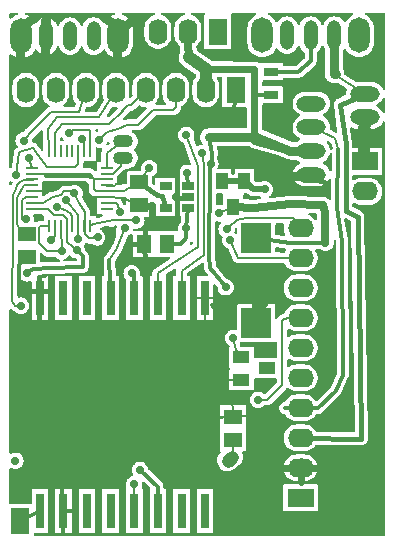
<source format=gtl>
G04 --- HEADER BEGIN --- *
%TF.GenerationSoftware,LibrePCB,LibrePCB,0.1.3*%
%TF.CreationDate,2020-05-24T18:28:55*%
%TF.ProjectId,SprigZero - default,93c98233-4b04-4051-a125-04f829bd9155,v1*%
%TF.Part,Single*%
%FSLAX66Y66*%
%MOMM*%
G01*
G74*
G04 --- HEADER END --- *
G04 --- APERTURE LIST BEGIN --- *
%ADD10R,1.4X1.0*%
%ADD11R,1.5X1.3*%
%ADD12O,2.5X1.3*%
%ADD13O,1.7X1.1*%
%ADD14O,2.19X1.587*%
%ADD15R,2.19X1.587*%
%ADD16R,2.5X2.5*%
%ADD17R,1.06X0.65*%
%ADD18R,1.587X2.19*%
%ADD19O,1.587X2.19*%
%ADD20R,1.3X1.5*%
%ADD21R,0.7X3.0*%
%ADD22R,1.0X1.4*%
%ADD23R,1.25X0.75*%
%ADD24R,0.2X1.0*%
%ADD25R,1.0X0.2*%
%ADD26O,1.2X2.5*%
%ADD27O,1.8X3.0*%
%ADD28C,0.7*%
%ADD29C,1.0*%
%ADD30C,0.3*%
%ADD31C,0.2*%
%ADD32C,0.4*%
%ADD33C,0.8*%
%ADD34C,1.1*%
%ADD35C,0.6*%
%ADD36C,0.5*%
%ADD37C,0.0*%
G04 --- APERTURE LIST END --- *
G04 --- BOARD BEGIN --- *
D10*
X17493750Y53581250D03*
X19693750Y54531250D03*
X17493750Y55481250D03*
D11*
X16796875Y48503125D03*
X16796875Y50403125D03*
D12*
X27937500Y77796875D03*
X27937500Y75796875D03*
D13*
X7506250Y73746875D03*
X7506250Y72346875D03*
D14*
X27968750Y69511250D03*
D15*
X27968750Y72051250D03*
D16*
X18750000Y58353125D03*
X18750000Y65553125D03*
D17*
X12981250Y70012500D03*
X11081250Y70012500D03*
X12981250Y69062500D03*
X11081250Y68112500D03*
X12981250Y68112500D03*
D18*
X15508750Y83046875D03*
D19*
X10428750Y83046875D03*
X12968750Y83046875D03*
D20*
X11184375Y65078125D03*
X9284375Y65078125D03*
D11*
X-687500Y63987500D03*
X-687500Y65887500D03*
D21*
X8421875Y42484375D03*
X6421875Y42484375D03*
X8421875Y60484375D03*
X14421875Y42484375D03*
X6421875Y60484375D03*
X4421875Y42484375D03*
X4421875Y60484375D03*
X14421875Y60484375D03*
X421875Y42484375D03*
X2421875Y42484375D03*
X421875Y60484375D03*
X12421875Y60484375D03*
X2421875Y60484375D03*
X12421875Y42484375D03*
X10421875Y60484375D03*
X10421875Y42484375D03*
D11*
X8828128Y70285937D03*
X8828128Y68385937D03*
D22*
X15846875Y70396875D03*
X16796875Y68196875D03*
X17746875Y70396875D03*
D23*
X20000000Y77696875D03*
X20000000Y79646875D03*
D24*
X3692500Y72927500D03*
X2192500Y72927500D03*
X4692500Y66627500D03*
D25*
X6092500Y69527500D03*
D24*
X1692500Y66627500D03*
D25*
X-207500Y68527500D03*
X-207500Y68027500D03*
X-207500Y69027500D03*
X-207500Y71027500D03*
X6092500Y70527500D03*
X6092500Y69027500D03*
D24*
X1192500Y66627500D03*
D25*
X-207500Y69527500D03*
X-207500Y71527500D03*
X6092500Y70027500D03*
D24*
X2192500Y66627500D03*
X3192500Y66627500D03*
X4692500Y72927500D03*
D25*
X-207500Y70027500D03*
X-207500Y70527500D03*
D24*
X1692500Y72927500D03*
X3192500Y72927500D03*
X4192500Y66627500D03*
D25*
X6092500Y71527500D03*
X6092500Y68527500D03*
D24*
X1192500Y72927500D03*
D25*
X6092500Y71027500D03*
D24*
X2692500Y66627500D03*
X2692500Y72927500D03*
X4192500Y72927500D03*
X3692500Y66627500D03*
D25*
X6092500Y68027500D03*
D19*
X11948750Y78105000D03*
X9408750Y78105000D03*
X4328750Y78105000D03*
X14488750Y78105000D03*
X1788750Y78105000D03*
D18*
X17028750Y78105000D03*
D19*
X6868750Y78105000D03*
X-751250Y78105000D03*
D18*
X-1231250Y41575000D03*
D26*
X4975350Y82656250D03*
D27*
X7070850Y82656250D03*
X-1133350Y82656250D03*
D26*
X2968750Y82656250D03*
X962150Y82656250D03*
D12*
X23423750Y76949375D03*
X23423750Y72949375D03*
X23423750Y70949375D03*
X23423750Y74949375D03*
D26*
X21352775Y82734375D03*
D27*
X19257275Y82734375D03*
X27461475Y82734375D03*
D26*
X23359375Y82734375D03*
X25365975Y82734375D03*
D14*
X22500000Y53730000D03*
X22500000Y63890000D03*
X22500000Y61350000D03*
X22500000Y56270000D03*
X22500000Y58810000D03*
X22500000Y51190000D03*
X22500000Y66430000D03*
X22500000Y46110000D03*
D15*
X22500000Y43570000D03*
D14*
X22500000Y48650000D03*
D28*
X16250000Y66328125D03*
X3359375Y69375000D03*
X5312500Y65625000D03*
X9687500Y71484375D03*
X14921875Y71875000D03*
X16328125Y46718750D03*
X16171875Y61406250D03*
X8398437Y44726561D03*
X2890625Y74453125D03*
X14140625Y72734374D03*
X-640625Y62578125D03*
X3554688Y64531251D03*
X-1640625Y46718750D03*
X8906250Y45937500D03*
X-1562500Y70937500D03*
X21640625Y68437500D03*
X15625000Y67656250D03*
X12812500Y66406250D03*
X1406250Y65390625D03*
X16796875Y57109375D03*
X16406250Y71875000D03*
X12812500Y74296875D03*
X19453125Y69687500D03*
X-781250Y67156250D03*
X2265625Y64453125D03*
X3984375Y73984375D03*
X9921875Y68281250D03*
X7656250Y66445312D03*
X7187500Y67812500D03*
X7265625Y70468750D03*
X18359375Y62265625D03*
X12890625Y71093750D03*
X8593750Y67070314D03*
X16562500Y65390625D03*
X2656250Y68750000D03*
X3671875Y65468750D03*
X1906250Y68218750D03*
X5468750Y73906250D03*
X-937500Y73828125D03*
X8203125Y62578125D03*
X-507811Y72304685D03*
X19062500Y60468750D03*
X-1171875Y59843750D03*
X18906250Y51875000D03*
X11953125Y69062500D03*
X6328125Y65937500D03*
D29*
X27968750Y72051250D02*
X27890625Y72207500D01*
D30*
X27968750Y72051250D02*
X27656250Y73828125D01*
D29*
X27890625Y72207500D02*
X27890625Y74218750D01*
X27890625Y74218750D02*
X28125000Y74453125D01*
X27937500Y75796875D02*
X27890625Y74218750D01*
D31*
X16406250Y66484375D02*
X17109375Y67109375D01*
X16250000Y66328125D02*
X16406250Y66484375D01*
X22343750Y66250000D02*
X21953125Y67265625D01*
X4218750Y67812500D02*
X4218750Y66562500D01*
X1562500Y69062500D02*
X2187500Y69218750D01*
X3750000Y68515625D02*
X4218750Y67812500D01*
X4192500Y66627500D02*
X4218750Y66562500D01*
X4218750Y66562500D02*
X4218750Y65937500D01*
X3359375Y69375000D02*
X3750000Y68515625D01*
X21953125Y67265625D02*
X17890625Y67265625D01*
X2500000Y69531250D02*
X3281250Y69531250D01*
X-207500Y68527500D02*
X715000Y68527500D01*
X4218750Y65937500D02*
X4609375Y65546875D01*
X17109375Y67109375D02*
X17890625Y67265625D01*
X715000Y68527500D02*
X1562500Y69062500D01*
X2187500Y69218750D02*
X2500000Y69531250D01*
X4609375Y65546875D02*
X5312500Y65625000D01*
X22500000Y66430000D02*
X22343750Y66250000D01*
X3281250Y69531250D02*
X3359375Y69375000D01*
D30*
X17598125Y78105000D02*
X17656250Y78046875D01*
X17028750Y78105000D02*
X16872500Y76403750D01*
X17028750Y78105000D02*
X17598125Y78105000D01*
X16872500Y76403750D02*
X17421875Y76250000D01*
D31*
X6092500Y70027500D02*
X6120000Y70000000D01*
X6824375Y70027500D02*
X7187500Y70390625D01*
X6718750Y70000000D02*
X6092500Y70027500D01*
X6718750Y70000000D02*
X6824375Y70027500D01*
X6718750Y70000000D02*
X6120000Y70000000D01*
X16718750Y47031250D02*
X16328125Y46718750D01*
D28*
X12968750Y83046875D02*
X12968750Y82031250D01*
D31*
X16796875Y48503125D02*
X16796875Y47187500D01*
D32*
X10781250Y69140625D02*
X10312500Y69218750D01*
D33*
X21640625Y72968750D02*
X23359375Y72968750D01*
D31*
X8421875Y42484375D02*
X8398437Y44726561D01*
X-207500Y71027500D02*
X691250Y71027500D01*
D30*
X15000000Y72031250D02*
X14843750Y71406250D01*
D34*
X16718750Y47031250D02*
X16328125Y46718750D01*
D31*
X5000000Y69687500D02*
X5156250Y69531250D01*
D33*
X23359375Y72968750D02*
X23423750Y72949375D01*
D30*
X16171875Y61406250D02*
X14843750Y63046875D01*
D31*
X691250Y71027500D02*
X937500Y70937500D01*
D35*
X18593750Y77656250D02*
X18593750Y73828125D01*
D31*
X16718750Y47031250D02*
X16796875Y47187500D01*
X6092500Y69527500D02*
X7581875Y69527500D01*
D30*
X14843750Y63046875D02*
X14843750Y63125000D01*
D35*
X14218750Y79921875D02*
X13046875Y80859375D01*
D30*
X20000000Y77696875D02*
X18593750Y77656250D01*
D28*
X12968750Y82031250D02*
X13046875Y80859375D01*
D35*
X18593750Y73828125D02*
X21640625Y72968750D01*
D30*
X14843750Y63125000D02*
X14765625Y63984375D01*
D31*
X5000000Y70468750D02*
X5000000Y69687500D01*
D33*
X14723125Y74105000D02*
X18750000Y74140625D01*
D30*
X23423750Y72949375D02*
X22441250Y73105625D01*
X14723125Y74105000D02*
X15000000Y72656250D01*
D35*
X18593750Y79843750D02*
X14488750Y79879375D01*
D29*
X14488750Y78105000D02*
X14488750Y79879375D01*
D31*
X6093750Y69531250D02*
X6092500Y69527500D01*
X8828128Y70285937D02*
X9687500Y71484375D01*
D30*
X14488750Y79879375D02*
X15546875Y79687500D01*
D32*
X10312500Y69218750D02*
X8828128Y70285937D01*
D31*
X4687500Y70781250D02*
X5058750Y70527500D01*
X6092500Y70527500D02*
X5058750Y70527500D01*
D32*
X4609375Y70937500D02*
X4687500Y70781250D01*
D30*
X14921875Y71875000D02*
X15000000Y72031250D01*
D32*
X937500Y70937500D02*
X4609375Y70937500D01*
D35*
X18593750Y77656250D02*
X18593750Y79843750D01*
D33*
X21640625Y72968750D02*
X18750000Y74140625D01*
D31*
X5156250Y69531250D02*
X6093750Y69531250D01*
D30*
X15000000Y72031250D02*
X15000000Y72656250D01*
D31*
X8828128Y70285937D02*
X7581875Y69527500D01*
D29*
X14488750Y79879375D02*
X13046875Y80859375D01*
D32*
X11081250Y68112500D02*
X10781250Y69140625D01*
D31*
X5058750Y70527500D02*
X5000000Y70468750D01*
D30*
X14843750Y71406250D02*
X14765625Y63984375D01*
D31*
X2890625Y74453125D02*
X3125000Y74687500D01*
X4692500Y72927500D02*
X4687500Y74687500D01*
X3125000Y74687500D02*
X4687500Y74687500D01*
D32*
X9284375Y65078125D02*
X9296875Y63515625D01*
X9284375Y65078125D02*
X7890625Y65078125D01*
X9284375Y65078125D02*
X9296875Y66328125D01*
D31*
X6868750Y78105000D02*
X5468750Y75781250D01*
X1192500Y72927500D02*
X1114375Y74786250D01*
X14296875Y64140625D02*
X12421875Y62812500D01*
X14296875Y71718750D02*
X14296875Y64140625D01*
X12421875Y60484375D02*
X12421875Y62812500D01*
X1114375Y74786250D02*
X1875000Y75781250D01*
X14140625Y72734374D02*
X14296875Y71718750D01*
X1875000Y75781250D02*
X5468750Y75781250D01*
X16796875Y50403125D02*
X13371875Y50403125D01*
X13371875Y50403125D02*
X11562500Y48593750D01*
X16796875Y50403125D02*
X16718750Y52265625D01*
X16796875Y50403125D02*
X18671875Y50546875D01*
X16796875Y50403125D02*
X15078125Y50312500D01*
X-1468750Y69000000D02*
X-1468750Y67375000D01*
X-1468750Y66750000D02*
X-1312500Y66437500D01*
X-207500Y70027500D02*
X-941250Y70027500D01*
X-941250Y70027500D02*
X-1468750Y69000000D01*
X-1468750Y67375000D02*
X-1468750Y66750000D01*
X-687500Y65887500D02*
X-1312500Y66437500D01*
X2692500Y65276250D02*
X3750000Y64375000D01*
X-207500Y68027500D02*
X1097500Y68027500D01*
D30*
X-640625Y62578125D02*
X-187500Y62937500D01*
D31*
X2687500Y66625000D02*
X2692500Y66627500D01*
X3554688Y64531251D02*
X3750000Y64375000D01*
D30*
X4062500Y64062500D02*
X3750000Y64375000D01*
X4062500Y63125000D02*
X4062500Y64062500D01*
D31*
X1097500Y68027500D02*
X1625000Y67500000D01*
D30*
X-187500Y62937500D02*
X1250000Y63062500D01*
D31*
X2687500Y67187500D02*
X2687500Y66625000D01*
X3554688Y64531251D02*
X3475805Y64570315D01*
X2375000Y67500000D02*
X2687500Y67187500D01*
D30*
X3750000Y63125000D02*
X4062500Y63125000D01*
X1250000Y63062500D02*
X3750000Y63125000D01*
D31*
X2692500Y66627500D02*
X2692500Y65276250D01*
X1625000Y67500000D02*
X2375000Y67500000D01*
X3475805Y64570315D02*
X3750000Y64375000D01*
X7506250Y73746875D02*
X6092500Y72811250D01*
X6092500Y71527500D02*
X6092500Y72811250D01*
X3692500Y72927500D02*
X3671875Y71796875D01*
X1015625Y71562500D02*
X3437500Y71562500D01*
X-1328125Y72812500D02*
X-156250Y73203125D01*
D30*
X8906250Y45937500D02*
X10390625Y44531250D01*
D31*
X-156250Y73203125D02*
X312500Y72578125D01*
D30*
X10421875Y42484375D02*
X10390625Y44531250D01*
D31*
X-1562500Y70937500D02*
X-1328125Y72812500D01*
X3437500Y71562500D02*
X3671875Y71796875D01*
X312500Y72578125D02*
X1015625Y71562500D01*
X-207500Y69527500D02*
X785000Y69527500D01*
X785000Y69527500D02*
X859375Y69453125D01*
D30*
X20000000Y79646875D02*
X22265625Y79609375D01*
X22265625Y79609375D02*
X23359375Y80546875D01*
X23359375Y82734375D02*
X23359375Y80546875D01*
D33*
X6992725Y80351025D02*
X7031250Y80312500D01*
X6992725Y83554150D02*
X6171875Y84062500D01*
X7070850Y82656250D02*
X6992725Y80351025D01*
X7070850Y82656250D02*
X6992725Y82930225D01*
X7070850Y82656250D02*
X6992725Y83554150D01*
X6992725Y82930225D02*
X8125000Y83906250D01*
D30*
X11184375Y65078125D02*
X12343750Y65078125D01*
D28*
X24375000Y68359375D02*
X24609375Y67812500D01*
D30*
X18750000Y65553125D02*
X21015625Y65234375D01*
D28*
X16796875Y68196875D02*
X18593750Y68125000D01*
X24609375Y67812500D02*
X24609375Y65156250D01*
D31*
X16796875Y68196875D02*
X15625000Y67656250D01*
D30*
X21015625Y65234375D02*
X21640625Y65156250D01*
X12343750Y65078125D02*
X12812500Y65546875D01*
X12981250Y68112500D02*
X12812500Y66406250D01*
D28*
X21640625Y68437500D02*
X24375000Y68359375D01*
D30*
X12812500Y65546875D02*
X12812500Y66406250D01*
X21640625Y65156250D02*
X24609375Y65156250D01*
D28*
X21640625Y68437500D02*
X18593750Y68125000D01*
D31*
X13578125Y60484375D02*
X13437500Y60625000D01*
X14421875Y60484375D02*
X15453125Y60484375D01*
X14421875Y60484375D02*
X14453125Y57343750D01*
X14421875Y60484375D02*
X13578125Y60484375D01*
X15453125Y60484375D02*
X15468750Y60468750D01*
D30*
X14973750Y59870000D02*
X15156250Y59687500D01*
D31*
X17493750Y55481250D02*
X17025000Y56100000D01*
X17025000Y56100000D02*
X16796875Y57109375D01*
X1692500Y65755000D02*
X1406250Y65390625D01*
X1692500Y66627500D02*
X1692500Y65755000D01*
X17493750Y53581250D02*
X15078125Y53437500D01*
D35*
X16406250Y71875000D02*
X18828125Y71875000D01*
D30*
X23970625Y70795000D02*
X22031250Y70546875D01*
X22550947Y70988429D02*
X20429698Y70937487D01*
X23423750Y70949375D02*
X21706875Y70949375D01*
X23423750Y70949375D02*
X22550947Y70988429D01*
D35*
X18828125Y71875000D02*
X21706875Y70949375D01*
D30*
X23423750Y70949375D02*
X23970625Y70795000D01*
X21706875Y70949375D02*
X19531250Y71250000D01*
X23423750Y70949375D02*
X24831875Y70168125D01*
X24831875Y70168125D02*
X23125000Y70625000D01*
D31*
X13828125Y71640625D02*
X13828125Y64843750D01*
X2265625Y75234375D02*
X6250000Y75234375D01*
X6250000Y75234375D02*
X7500000Y76328125D01*
X7890625Y76796875D02*
X8125000Y76796875D01*
X10395625Y62573125D02*
X13828125Y64843750D01*
X7500000Y76328125D02*
X7421875Y76328125D01*
X8125000Y76796875D02*
X9408750Y78105000D01*
X12812500Y74296875D02*
X13828125Y71640625D01*
X7421875Y76328125D02*
X7890625Y76796875D01*
X10421875Y60484375D02*
X10395625Y62573125D01*
X1692500Y72927500D02*
X1692500Y74505000D01*
X1692500Y74505000D02*
X2265625Y75234375D01*
D36*
X19453125Y69687500D02*
X18515625Y69687500D01*
X17812500Y70390625D02*
X16328125Y70390625D01*
D31*
X15846875Y70396875D02*
X16328125Y70390625D01*
D36*
X17746875Y70396875D02*
X16328125Y70390625D01*
X18515625Y69687500D02*
X17812500Y70390625D01*
D31*
X-1062500Y68750000D02*
X-1062500Y67187500D01*
X-207500Y69027500D02*
X-722500Y69027500D01*
X-1062500Y67187500D02*
X-781250Y67156250D01*
X-722500Y69027500D02*
X-1062500Y68750000D01*
D30*
X22500000Y51190000D02*
X24002500Y51190000D01*
D31*
X437500Y66562500D02*
X1187500Y66562500D01*
X375000Y65187500D02*
X375000Y66437500D01*
X2265625Y64453125D02*
X1046875Y64453125D01*
X2192500Y66627500D02*
X2265625Y64453125D01*
D30*
X25468750Y52656250D02*
X26093750Y53984375D01*
D31*
X1192500Y66627500D02*
X1187500Y66562500D01*
D30*
X26093750Y53984375D02*
X26015625Y65312500D01*
X26015625Y65312500D02*
X25546875Y68125000D01*
D31*
X1046875Y64453125D02*
X375000Y65187500D01*
D30*
X22500000Y51190000D02*
X21190000Y51190000D01*
D31*
X375000Y66437500D02*
X437500Y66562500D01*
D30*
X24002500Y51190000D02*
X24218750Y51406250D01*
X24002500Y51190000D02*
X25468750Y52656250D01*
D31*
X23423750Y74949375D02*
X25441250Y74011875D01*
X25703125Y73125000D02*
X25441250Y74011875D01*
D30*
X25546875Y68125000D02*
X25703125Y73125000D01*
D31*
X4192500Y72927500D02*
X4192500Y74010625D01*
X4192500Y74010625D02*
X3984375Y73984375D01*
X8828128Y68385937D02*
X7456875Y68949375D01*
D35*
X9921875Y68281250D02*
X9921875Y67265625D01*
D31*
X6092500Y69027500D02*
X5043125Y69027500D01*
X8828128Y68385937D02*
X9035941Y68828125D01*
X6092500Y69027500D02*
X7456875Y68949375D01*
X5043125Y69027500D02*
X5000000Y68984375D01*
D35*
X9921875Y68281250D02*
X8828128Y68385937D01*
D31*
X6875000Y64531250D02*
X7656250Y66445312D01*
X6092500Y68527500D02*
X6953125Y68515625D01*
X6953125Y68515625D02*
X7187500Y67812500D01*
X6317500Y63739375D02*
X6875000Y64531250D01*
D30*
X6421875Y60484375D02*
X6317500Y63739375D01*
D32*
X421875Y61062500D02*
X1375000Y61062500D01*
X421875Y60484375D02*
X390625Y58125000D01*
D30*
X317500Y62260625D02*
X906250Y62375000D01*
D32*
X421875Y61062500D02*
X-1187500Y61062500D01*
X421875Y60484375D02*
X317500Y62260625D01*
X421875Y60484375D02*
X421875Y61062500D01*
D35*
X22500000Y46110000D02*
X24124375Y46110000D01*
X22500000Y46110000D02*
X22500000Y44921875D01*
X22500000Y46110000D02*
X20563125Y46110000D01*
X20563125Y46110000D02*
X20546875Y46093750D01*
X24124375Y46110000D02*
X24140625Y46093750D01*
X22500000Y46110000D02*
X22500000Y46718750D01*
D31*
X22500000Y46110000D02*
X20312500Y46250000D01*
D33*
X884025Y80600350D02*
X937500Y80546875D01*
X962150Y82656250D02*
X884025Y80600350D01*
X962150Y84115975D02*
X859375Y84062500D01*
X962150Y84115975D02*
X884025Y83930900D01*
X962150Y82656250D02*
X962150Y84115975D01*
X962150Y84115975D02*
X884025Y83930900D01*
D30*
X-687500Y63987500D02*
X-1375000Y63300000D01*
X-1375000Y63300000D02*
X-1375000Y60750000D01*
D33*
X-1211475Y80351025D02*
X-1250000Y80312500D01*
X-1133350Y82656250D02*
X-1211475Y83476025D01*
X-1211475Y83476025D02*
X-234375Y84140625D01*
X-1133350Y82656250D02*
X-1211475Y80351025D01*
D32*
X22500000Y48650000D02*
X27656250Y48593750D01*
X26328125Y67890625D02*
X26328125Y73515625D01*
X27343750Y67343750D02*
X26328125Y67890625D01*
X27656250Y48593750D02*
X27343750Y67343750D01*
X25859375Y76875000D02*
X27937500Y77796875D01*
D31*
X27937500Y77796875D02*
X25312500Y79453125D01*
D33*
X25365975Y82734375D02*
X25312500Y79453125D01*
D32*
X26328125Y73515625D02*
X25859375Y76875000D01*
D33*
X25468750Y79453125D02*
X25312500Y79453125D01*
D30*
X12981250Y70012500D02*
X12890625Y71093750D01*
D31*
X4692500Y66627500D02*
X4908750Y66783750D01*
X4908750Y66783750D02*
X6718750Y67109375D01*
X6718750Y67109375D02*
X8593750Y67070314D01*
X3692500Y66627500D02*
X3671875Y65468750D01*
X16562500Y65390625D02*
X17187500Y63906250D01*
X2656250Y68906250D02*
X2656250Y68750000D01*
X22500000Y63890000D02*
X17187500Y63906250D01*
X3692500Y67557500D02*
X2656250Y68750000D01*
X3692500Y66627500D02*
X3692500Y67557500D01*
D30*
X2421875Y42484375D02*
X2343750Y45312500D01*
X2421875Y42484375D02*
X2343750Y42421875D01*
X2421875Y42484375D02*
X2421875Y40546875D01*
X2421875Y42484375D02*
X3046875Y42500000D01*
D31*
X8750000Y75156250D02*
X7812500Y75156250D01*
X2531250Y67906250D02*
X1906250Y68218750D01*
X3192500Y66627500D02*
X3192500Y67432500D01*
X11948750Y78105000D02*
X11948750Y76636250D01*
X2968750Y67656250D02*
X2531250Y67906250D01*
X7031250Y74843750D02*
X6093750Y74531250D01*
X5468750Y73906250D02*
X5468750Y73906250D01*
X7812500Y75156250D02*
X7031250Y74843750D01*
X11948750Y76636250D02*
X11718750Y76406250D01*
X3192500Y67432500D02*
X2968750Y67656250D01*
X10000000Y76406250D02*
X8750000Y75156250D01*
X11718750Y76406250D02*
X10000000Y76406250D01*
X6093750Y74531250D02*
X5468750Y73906250D01*
X-390625Y74453125D02*
X1406250Y76250000D01*
X-390625Y74453125D02*
X-520000Y74401875D01*
X-507811Y72304685D02*
X-507799Y72266550D01*
X8395625Y62458125D02*
X8203125Y62578125D01*
X1406250Y76250000D02*
X3750000Y76250000D01*
X-390625Y74453125D02*
X-937500Y73828125D01*
X4328750Y78105000D02*
X3750000Y76250000D01*
X-507799Y72266550D02*
X-207500Y71527500D01*
D30*
X8421875Y60484375D02*
X8395625Y62458125D01*
D36*
X19062500Y60468750D02*
X16484375Y60234375D01*
X19062500Y60468750D02*
X18671875Y59921875D01*
X18671875Y59921875D02*
X19453125Y59921875D01*
X19062500Y60468750D02*
X19453125Y59921875D01*
X18750000Y58353125D02*
X18671875Y59921875D01*
D31*
X-1468750Y70062500D02*
X-1156250Y70375000D01*
X20937500Y58593750D02*
X20937500Y55000000D01*
X-1812500Y65843750D02*
X-1875000Y66125000D01*
X-207500Y70527500D02*
X-187500Y70500000D01*
X-1812500Y65843750D02*
X-1890625Y60218750D01*
X-1890625Y60218750D02*
X-1640625Y59843750D01*
X-812500Y70500000D02*
X-187500Y70500000D01*
X20937500Y54687500D02*
X20937500Y53125000D01*
X-1875000Y66125000D02*
X-1875000Y66437500D01*
X-1640625Y59843750D02*
X-1171875Y59843750D01*
X-1875000Y69187500D02*
X-1625000Y69750000D01*
X21466250Y58810000D02*
X20937500Y58593750D01*
X18906250Y51875000D02*
X19687500Y51875000D01*
X-1875000Y66437500D02*
X-1875000Y69187500D01*
X22500000Y58810000D02*
X21466250Y58810000D01*
X19687500Y51875000D02*
X20937500Y53125000D01*
X-1156250Y70375000D02*
X-812500Y70500000D01*
X-1625000Y69750000D02*
X-1468750Y70062500D01*
X20937500Y55000000D02*
X20937500Y54687500D01*
D30*
X-1231250Y41575000D02*
X421875Y42484375D01*
D32*
X10234375Y72890625D02*
X9218750Y72812500D01*
X12031250Y68984375D02*
X12031250Y71250000D01*
D31*
X9218750Y72812500D02*
X8515625Y71562500D01*
D32*
X12031250Y68984375D02*
X11953125Y69062500D01*
X12031250Y71250000D02*
X10234375Y72890625D01*
D31*
X8515625Y71562500D02*
X7578125Y71171875D01*
D32*
X12981250Y69062500D02*
X12031250Y68984375D01*
X12031250Y68984375D02*
X12031250Y67265625D01*
D31*
X6652500Y71027500D02*
X7265625Y71640625D01*
X7506250Y72346875D02*
X7265625Y72109375D01*
X6092500Y71027500D02*
X6652500Y71027500D01*
X7265625Y71640625D02*
X7265625Y72109375D01*
D37*
G36*
X4030891Y83519338D02*
X4067744Y83571166D01*
X4096236Y83665094D01*
X4099981Y83674134D01*
X4183138Y83829711D01*
X4188569Y83837838D01*
X4300477Y83974198D01*
X4307401Y83981122D01*
X4443761Y84093030D01*
X4451888Y84098461D01*
X4607465Y84181618D01*
X4616503Y84185362D01*
X4785312Y84236570D01*
X4794907Y84238478D01*
X4970456Y84255768D01*
X4980244Y84255768D01*
X5155792Y84238478D01*
X5165387Y84236570D01*
X5334196Y84185362D01*
X5343234Y84181618D01*
X5498811Y84098461D01*
X5506938Y84093030D01*
X5643298Y83981122D01*
X5650222Y83974198D01*
X5762130Y83837838D01*
X5767563Y83829707D01*
X5778336Y83809552D01*
X5823500Y83766422D01*
X5885445Y83758497D01*
X5957159Y83814429D01*
X5986474Y83877295D01*
X5990822Y83884826D01*
X6110790Y84056158D01*
X6116379Y84062819D01*
X6264282Y84210722D01*
X6270941Y84216309D01*
X6442272Y84336276D01*
X6449804Y84340625D01*
X6639369Y84429021D01*
X6647538Y84431994D01*
X6727452Y84453407D01*
X6779711Y84487598D01*
X6801495Y84546125D01*
X6784308Y84606164D01*
X6734854Y84644298D01*
X6701570Y84650000D01*
X-764070Y84650000D01*
X-823397Y84630500D01*
X-859587Y84579605D01*
X-858525Y84517164D01*
X-820626Y84467529D01*
X-789952Y84453407D01*
X-710038Y84431994D01*
X-701869Y84429021D01*
X-512304Y84340625D01*
X-504772Y84336276D01*
X-333441Y84216309D01*
X-326782Y84210722D01*
X-178879Y84062819D01*
X-173290Y84056158D01*
X-53322Y83884826D01*
X-48973Y83877293D01*
X-19660Y83814430D01*
X23085Y83768902D01*
X84506Y83757611D01*
X159163Y83809552D01*
X169936Y83829707D01*
X175369Y83837838D01*
X287277Y83974198D01*
X294201Y83981122D01*
X430561Y84093030D01*
X438688Y84098461D01*
X594265Y84181618D01*
X603303Y84185362D01*
X772112Y84236570D01*
X781707Y84238478D01*
X957256Y84255768D01*
X967044Y84255768D01*
X1142592Y84238478D01*
X1152187Y84236570D01*
X1320996Y84185362D01*
X1330034Y84181618D01*
X1485611Y84098461D01*
X1493738Y84093030D01*
X1630098Y83981122D01*
X1637022Y83974198D01*
X1748930Y83837838D01*
X1754361Y83829711D01*
X1837518Y83674134D01*
X1841262Y83665096D01*
X1869756Y83571165D01*
X1905639Y83520053D01*
X1964848Y83500196D01*
X2024291Y83519338D01*
X2061144Y83571166D01*
X2089636Y83665094D01*
X2093381Y83674134D01*
X2176538Y83829711D01*
X2181969Y83837838D01*
X2293877Y83974198D01*
X2300801Y83981122D01*
X2437161Y84093030D01*
X2445288Y84098461D01*
X2600865Y84181618D01*
X2609903Y84185362D01*
X2778712Y84236570D01*
X2788307Y84238478D01*
X2963856Y84255768D01*
X2973644Y84255768D01*
X3149192Y84238478D01*
X3158787Y84236570D01*
X3327596Y84185362D01*
X3336634Y84181618D01*
X3492211Y84098461D01*
X3500338Y84093030D01*
X3636698Y83981122D01*
X3643622Y83974198D01*
X3755530Y83837838D01*
X3760961Y83829711D01*
X3844118Y83674134D01*
X3847862Y83665096D01*
X3876356Y83571165D01*
X3912239Y83520053D01*
X3971448Y83500196D01*
X4030891Y83519338D01*
G37*
G36*
X-2017164Y84147606D02*
X-1979289Y84171350D01*
X-1939919Y84210720D01*
X-1933258Y84216309D01*
X-1761926Y84336277D01*
X-1754395Y84340625D01*
X-1564830Y84429021D01*
X-1556661Y84431994D01*
X-1476747Y84453407D01*
X-1424488Y84487598D01*
X-1402704Y84546125D01*
X-1419891Y84606164D01*
X-1469345Y84644298D01*
X-1502629Y84650000D01*
X-2050000Y84650000D01*
X-2109327Y84630500D01*
X-2150000Y84550000D01*
X-2150000Y84242061D01*
X-2130500Y84182734D01*
X-2079605Y84146544D01*
X-2017164Y84147606D01*
G37*
G36*
X24421515Y83597463D02*
X24458368Y83649290D01*
X24486862Y83743221D01*
X24490606Y83752259D01*
X24573763Y83907836D01*
X24579194Y83915963D01*
X24691102Y84052323D01*
X24698026Y84059247D01*
X24834386Y84171155D01*
X24842513Y84176586D01*
X24998090Y84259743D01*
X25007128Y84263487D01*
X25175937Y84314695D01*
X25185532Y84316603D01*
X25361081Y84333893D01*
X25370869Y84333893D01*
X25546417Y84316603D01*
X25556012Y84314695D01*
X25724821Y84263487D01*
X25733859Y84259743D01*
X25889436Y84176586D01*
X25897563Y84171155D01*
X26033923Y84059247D01*
X26040847Y84052323D01*
X26152755Y83915963D01*
X26158188Y83907832D01*
X26168961Y83887677D01*
X26214125Y83844547D01*
X26276070Y83836622D01*
X26347784Y83892554D01*
X26377099Y83955420D01*
X26381447Y83962951D01*
X26501415Y84134283D01*
X26507004Y84140944D01*
X26654907Y84288847D01*
X26661566Y84294434D01*
X26832897Y84414401D01*
X26840429Y84418750D01*
X26927537Y84459369D01*
X26973065Y84502115D01*
X26984355Y84563536D01*
X26957003Y84619678D01*
X26885275Y84650000D01*
X19833475Y84650000D01*
X19774148Y84630500D01*
X19737958Y84579605D01*
X19739020Y84517164D01*
X19791213Y84459369D01*
X19878320Y84418750D01*
X19885851Y84414402D01*
X20057183Y84294434D01*
X20063844Y84288845D01*
X20211745Y84140944D01*
X20217334Y84134283D01*
X20337302Y83962951D01*
X20341650Y83955420D01*
X20370965Y83892554D01*
X20413711Y83847026D01*
X20475132Y83835736D01*
X20549788Y83887677D01*
X20560561Y83907832D01*
X20565994Y83915963D01*
X20677902Y84052323D01*
X20684826Y84059247D01*
X20821186Y84171155D01*
X20829313Y84176586D01*
X20984890Y84259743D01*
X20993928Y84263487D01*
X21162737Y84314695D01*
X21172332Y84316603D01*
X21347881Y84333893D01*
X21357669Y84333893D01*
X21533217Y84316603D01*
X21542812Y84314695D01*
X21711621Y84263487D01*
X21720659Y84259743D01*
X21876236Y84176586D01*
X21884363Y84171155D01*
X22020723Y84059247D01*
X22027647Y84052323D01*
X22139555Y83915963D01*
X22144986Y83907836D01*
X22228143Y83752259D01*
X22231888Y83743219D01*
X22260380Y83649291D01*
X22296262Y83598178D01*
X22355471Y83578321D01*
X22414915Y83597463D01*
X22451768Y83649290D01*
X22480262Y83743221D01*
X22484006Y83752259D01*
X22567163Y83907836D01*
X22572594Y83915963D01*
X22684502Y84052323D01*
X22691426Y84059247D01*
X22827786Y84171155D01*
X22835913Y84176586D01*
X22991490Y84259743D01*
X23000528Y84263487D01*
X23169337Y84314695D01*
X23178932Y84316603D01*
X23354481Y84333893D01*
X23364269Y84333893D01*
X23539817Y84316603D01*
X23549412Y84314695D01*
X23718221Y84263487D01*
X23727259Y84259743D01*
X23882836Y84176586D01*
X23890963Y84171155D01*
X24027323Y84059247D01*
X24034247Y84052323D01*
X24146155Y83915963D01*
X24151586Y83907836D01*
X24234743Y83752259D01*
X24238488Y83743219D01*
X24266980Y83649291D01*
X24302862Y83598178D01*
X24362071Y83578321D01*
X24421515Y83597463D01*
G37*
G36*
X10161522Y70091385D02*
X10201250Y70171180D01*
X10201250Y70671487D01*
X10202816Y70676252D01*
X10225078Y70687500D01*
X11945237Y70687500D01*
X11964766Y70681081D01*
X11984037Y70661809D01*
X12074230Y70661809D01*
X12125078Y70687500D01*
X12154887Y70687500D01*
X12214214Y70707000D01*
X12250404Y70757895D01*
X12249275Y70820528D01*
X12210031Y70932680D01*
X12207546Y70943570D01*
X12191254Y71088167D01*
X12191254Y71099333D01*
X12207546Y71243929D01*
X12210031Y71254819D01*
X12258092Y71392169D01*
X12262933Y71402222D01*
X12340351Y71525432D01*
X12347314Y71534164D01*
X12450210Y71637060D01*
X12458942Y71644023D01*
X12582152Y71721441D01*
X12592205Y71726282D01*
X12729554Y71774342D01*
X12740446Y71776828D01*
X12885043Y71793121D01*
X12896207Y71793121D01*
X13040803Y71776828D01*
X13051695Y71774342D01*
X13129450Y71747135D01*
X13191889Y71745946D01*
X13242857Y71782032D01*
X13262478Y71841320D01*
X13255883Y71877237D01*
X12598188Y73597365D01*
X12537809Y73656040D01*
X12514077Y73664344D01*
X12504026Y73669184D01*
X12380817Y73746601D01*
X12372085Y73753564D01*
X12269189Y73856460D01*
X12262226Y73865192D01*
X12184808Y73988402D01*
X12179967Y73998455D01*
X12131906Y74135805D01*
X12129421Y74146695D01*
X12113129Y74291292D01*
X12113129Y74302458D01*
X12129421Y74447054D01*
X12131906Y74457944D01*
X12179967Y74595294D01*
X12184808Y74605347D01*
X12262226Y74728557D01*
X12269189Y74737289D01*
X12372085Y74840185D01*
X12380817Y74847148D01*
X12504027Y74924566D01*
X12514080Y74929407D01*
X12651429Y74977467D01*
X12662321Y74979953D01*
X12806918Y74996246D01*
X12818082Y74996246D01*
X12962678Y74979953D01*
X12973570Y74977467D01*
X13110919Y74929407D01*
X13120972Y74924566D01*
X13244182Y74847148D01*
X13252914Y74840185D01*
X13355810Y74737289D01*
X13362773Y74728557D01*
X13440191Y74605347D01*
X13445032Y74595294D01*
X13493092Y74457945D01*
X13495578Y74447053D01*
X13511871Y74302457D01*
X13511871Y74291293D01*
X13495578Y74146696D01*
X13493092Y74135804D01*
X13445033Y73998457D01*
X13443299Y73994856D01*
X13443235Y73993318D01*
X13443178Y73993156D01*
X13443227Y73993139D01*
X13439993Y73915758D01*
X13643162Y73384392D01*
X13682564Y73335942D01*
X13743027Y73320315D01*
X13789771Y73335434D01*
X13832156Y73362067D01*
X13842205Y73366906D01*
X13979554Y73414966D01*
X13990446Y73417453D01*
X14112831Y73431242D01*
X14169603Y73457262D01*
X14199866Y73511889D01*
X14191820Y73573818D01*
X14171718Y73601946D01*
X14144914Y73628280D01*
X14137883Y73636938D01*
X14053333Y73768893D01*
X14048402Y73778907D01*
X13995336Y73926360D01*
X13992756Y73937223D01*
X13973833Y74092787D01*
X13973735Y74103952D01*
X13989901Y74259822D01*
X13992290Y74270733D01*
X14042739Y74419106D01*
X14047491Y74429200D01*
X14129691Y74562629D01*
X14136575Y74571418D01*
X14246401Y74683205D01*
X14255064Y74690240D01*
X14387019Y74774790D01*
X14397033Y74779721D01*
X14544484Y74832786D01*
X14555350Y74835368D01*
X14713703Y74854631D01*
X14719297Y74854995D01*
X17844635Y74882644D01*
X17903787Y74902668D01*
X17943750Y74982640D01*
X17943750Y76560000D01*
X17924250Y76619327D01*
X17843750Y76660000D01*
X15901263Y76660000D01*
X15896498Y76661566D01*
X15885250Y76683828D01*
X15885250Y79118095D01*
X15865750Y79177422D01*
X15786118Y79218091D01*
X15735060Y79218534D01*
X15713022Y79216271D01*
X15594446Y79190586D01*
X15581480Y79189515D01*
X15527878Y79192116D01*
X15467675Y79175515D01*
X15429061Y79126434D01*
X15427095Y79064015D01*
X15443230Y79031970D01*
X15458189Y79012161D01*
X15463031Y79004342D01*
X15552973Y78823712D01*
X15556295Y78815138D01*
X15611514Y78621061D01*
X15613206Y78612012D01*
X15632036Y78408805D01*
X15632250Y78404189D01*
X15632250Y77805811D01*
X15632036Y77801195D01*
X15613206Y77597987D01*
X15611514Y77588938D01*
X15556295Y77394861D01*
X15552973Y77386287D01*
X15463031Y77205657D01*
X15458189Y77197837D01*
X15336591Y77036817D01*
X15330393Y77030017D01*
X15181277Y76894081D01*
X15173931Y76888533D01*
X15002379Y76782312D01*
X14994141Y76778210D01*
X14806000Y76705325D01*
X14797132Y76702801D01*
X14598802Y76665726D01*
X14589637Y76664877D01*
X14387862Y76664877D01*
X14378697Y76665726D01*
X14180367Y76702801D01*
X14171499Y76705325D01*
X13983358Y76778210D01*
X13975120Y76782312D01*
X13803568Y76888533D01*
X13796222Y76894081D01*
X13647106Y77030017D01*
X13640908Y77036817D01*
X13519310Y77197837D01*
X13514468Y77205657D01*
X13424526Y77386287D01*
X13421204Y77394861D01*
X13365985Y77588938D01*
X13364293Y77597987D01*
X13345464Y77801195D01*
X13345250Y77805811D01*
X13345250Y78404189D01*
X13345464Y78408805D01*
X13364293Y78612012D01*
X13365985Y78621061D01*
X13421204Y78815138D01*
X13424526Y78823712D01*
X13514468Y79004342D01*
X13519310Y79012162D01*
X13618551Y79143576D01*
X13638750Y79203840D01*
X13638750Y79376405D01*
X13619250Y79435732D01*
X13594962Y79459110D01*
X12571245Y80154902D01*
X12567066Y80158074D01*
X12437352Y80267701D01*
X12430138Y80275225D01*
X12327658Y80407353D01*
X12322163Y80416216D01*
X12249392Y80566770D01*
X12245863Y80576571D01*
X12205983Y80738968D01*
X12204569Y80749296D01*
X12199324Y80916433D01*
X12200088Y80926821D01*
X12229709Y81091400D01*
X12232619Y81101413D01*
X12295804Y81256222D01*
X12302756Y81269187D01*
X12314406Y81323097D01*
X12283150Y81791935D01*
X12250741Y81859184D01*
X12127106Y81971892D01*
X12120908Y81978692D01*
X11999310Y82139712D01*
X11994468Y82147532D01*
X11904526Y82328162D01*
X11901204Y82336736D01*
X11845985Y82530813D01*
X11844293Y82539862D01*
X11825464Y82743070D01*
X11825250Y82747686D01*
X11825250Y83346064D01*
X11825464Y83350680D01*
X11844293Y83553887D01*
X11845985Y83562936D01*
X11901204Y83757013D01*
X11904526Y83765587D01*
X11994468Y83946217D01*
X11999310Y83954037D01*
X12120908Y84115057D01*
X12127106Y84121857D01*
X12276222Y84257793D01*
X12283568Y84263341D01*
X12455120Y84369562D01*
X12463358Y84373664D01*
X12651499Y84446549D01*
X12660366Y84449072D01*
X12674438Y84451703D01*
X12729172Y84481773D01*
X12755393Y84538451D01*
X12742875Y84599634D01*
X12696500Y84641459D01*
X12656062Y84650000D01*
X10741437Y84650000D01*
X10682110Y84630500D01*
X10645920Y84579605D01*
X10646982Y84517164D01*
X10684881Y84467529D01*
X10723061Y84451703D01*
X10737133Y84449072D01*
X10746000Y84446549D01*
X10934141Y84373664D01*
X10942379Y84369562D01*
X11113931Y84263341D01*
X11121277Y84257793D01*
X11270393Y84121857D01*
X11276591Y84115057D01*
X11398189Y83954037D01*
X11403031Y83946217D01*
X11492973Y83765587D01*
X11496295Y83757013D01*
X11551514Y83562936D01*
X11553206Y83553887D01*
X11572036Y83350680D01*
X11572250Y83346064D01*
X11572250Y82747686D01*
X11572036Y82743070D01*
X11553206Y82539862D01*
X11551514Y82530813D01*
X11496295Y82336736D01*
X11492973Y82328162D01*
X11403031Y82147532D01*
X11398189Y82139712D01*
X11276591Y81978692D01*
X11270393Y81971892D01*
X11121277Y81835956D01*
X11113931Y81830408D01*
X10942379Y81724187D01*
X10934141Y81720085D01*
X10746000Y81647200D01*
X10737132Y81644676D01*
X10538802Y81607601D01*
X10529637Y81606752D01*
X10327862Y81606752D01*
X10318697Y81607601D01*
X10120367Y81644676D01*
X10111499Y81647200D01*
X9923358Y81720085D01*
X9915120Y81724187D01*
X9743568Y81830408D01*
X9736222Y81835956D01*
X9587106Y81971892D01*
X9580908Y81978692D01*
X9459310Y82139712D01*
X9454468Y82147532D01*
X9364526Y82328162D01*
X9361204Y82336736D01*
X9305985Y82530813D01*
X9304293Y82539862D01*
X9285464Y82743070D01*
X9285250Y82747686D01*
X9285250Y83346064D01*
X9285464Y83350680D01*
X9304293Y83553887D01*
X9305985Y83562936D01*
X9361204Y83757013D01*
X9364526Y83765587D01*
X9454468Y83946217D01*
X9459310Y83954037D01*
X9580908Y84115057D01*
X9587106Y84121857D01*
X9736222Y84257793D01*
X9743568Y84263341D01*
X9915120Y84369562D01*
X9923358Y84373664D01*
X10111499Y84446549D01*
X10120366Y84449072D01*
X10134438Y84451703D01*
X10189172Y84481773D01*
X10215393Y84538451D01*
X10202875Y84599634D01*
X10156500Y84641459D01*
X10116062Y84650000D01*
X7440129Y84650000D01*
X7380802Y84630500D01*
X7344612Y84579605D01*
X7345674Y84517164D01*
X7383573Y84467529D01*
X7414247Y84453407D01*
X7494161Y84431994D01*
X7502330Y84429021D01*
X7691895Y84340625D01*
X7699426Y84336277D01*
X7870758Y84216309D01*
X7877419Y84210720D01*
X8025320Y84062819D01*
X8030909Y84056158D01*
X8150877Y83884826D01*
X8155225Y83877295D01*
X8243621Y83687730D01*
X8246594Y83679561D01*
X8300729Y83477529D01*
X8302240Y83468954D01*
X8320658Y83258440D01*
X8320850Y83254056D01*
X8320850Y82058444D01*
X8320658Y82054060D01*
X8302240Y81843545D01*
X8300729Y81834970D01*
X8246594Y81632938D01*
X8243621Y81624769D01*
X8155225Y81435204D01*
X8150876Y81427672D01*
X8030909Y81256341D01*
X8025322Y81249682D01*
X7877419Y81101779D01*
X7870758Y81096190D01*
X7699426Y80976222D01*
X7691895Y80971874D01*
X7502330Y80883478D01*
X7494161Y80880505D01*
X7292127Y80826370D01*
X7283555Y80824859D01*
X7075205Y80806631D01*
X7066495Y80806631D01*
X6858144Y80824859D01*
X6849572Y80826370D01*
X6647538Y80880505D01*
X6639369Y80883478D01*
X6449804Y80971874D01*
X6442272Y80976223D01*
X6270941Y81096190D01*
X6264282Y81101777D01*
X6116377Y81249682D01*
X6110790Y81256341D01*
X5990823Y81427672D01*
X5986474Y81435204D01*
X5957159Y81498070D01*
X5914413Y81543598D01*
X5852992Y81554888D01*
X5778336Y81502947D01*
X5767563Y81482792D01*
X5762130Y81474661D01*
X5650222Y81338301D01*
X5643298Y81331377D01*
X5506938Y81219469D01*
X5498811Y81214038D01*
X5343234Y81130881D01*
X5334196Y81127137D01*
X5165383Y81075928D01*
X5155801Y81074022D01*
X4980234Y81056731D01*
X4970466Y81056731D01*
X4794898Y81074022D01*
X4785316Y81075928D01*
X4616503Y81127137D01*
X4607465Y81130881D01*
X4451888Y81214038D01*
X4443761Y81219469D01*
X4307401Y81331377D01*
X4300477Y81338301D01*
X4188569Y81474661D01*
X4183138Y81482788D01*
X4099981Y81638365D01*
X4096236Y81647405D01*
X4067744Y81741333D01*
X4031862Y81792446D01*
X3972653Y81812303D01*
X3913209Y81793161D01*
X3876356Y81741334D01*
X3847862Y81647403D01*
X3844118Y81638365D01*
X3760961Y81482788D01*
X3755530Y81474661D01*
X3643622Y81338301D01*
X3636698Y81331377D01*
X3500338Y81219469D01*
X3492211Y81214038D01*
X3336634Y81130881D01*
X3327596Y81127137D01*
X3158783Y81075928D01*
X3149201Y81074022D01*
X2973634Y81056731D01*
X2963866Y81056731D01*
X2788298Y81074022D01*
X2778716Y81075928D01*
X2609903Y81127137D01*
X2600865Y81130881D01*
X2445288Y81214038D01*
X2437161Y81219469D01*
X2300801Y81331377D01*
X2293877Y81338301D01*
X2181969Y81474661D01*
X2176538Y81482788D01*
X2093381Y81638365D01*
X2089636Y81647405D01*
X2061144Y81741333D01*
X2025262Y81792446D01*
X1966053Y81812303D01*
X1906609Y81793161D01*
X1869756Y81741334D01*
X1841262Y81647403D01*
X1837518Y81638365D01*
X1754361Y81482788D01*
X1748930Y81474661D01*
X1637022Y81338301D01*
X1630098Y81331377D01*
X1493738Y81219469D01*
X1485611Y81214038D01*
X1330034Y81130881D01*
X1320996Y81127137D01*
X1152183Y81075928D01*
X1142601Y81074022D01*
X967034Y81056731D01*
X957266Y81056731D01*
X781698Y81074022D01*
X772116Y81075928D01*
X603303Y81127137D01*
X594265Y81130881D01*
X438688Y81214038D01*
X430561Y81219469D01*
X294201Y81331377D01*
X287277Y81338301D01*
X175369Y81474661D01*
X169941Y81482785D01*
X159163Y81502948D01*
X113998Y81546077D01*
X52053Y81554001D01*
X-19660Y81498069D01*
X-48974Y81435204D01*
X-53323Y81427672D01*
X-173290Y81256341D01*
X-178877Y81249682D01*
X-326780Y81101779D01*
X-333441Y81096190D01*
X-504773Y80976222D01*
X-512304Y80971874D01*
X-701869Y80883478D01*
X-710038Y80880505D01*
X-912072Y80826370D01*
X-920644Y80824859D01*
X-1128995Y80806631D01*
X-1137705Y80806631D01*
X-1346055Y80824859D01*
X-1354627Y80826370D01*
X-1556661Y80880505D01*
X-1564830Y80883478D01*
X-1754395Y80971874D01*
X-1761927Y80976223D01*
X-1933258Y81096190D01*
X-1939917Y81101777D01*
X-1979289Y81141149D01*
X-2035029Y81169311D01*
X-2096607Y81158913D01*
X-2140008Y81114009D01*
X-2150000Y81070438D01*
X-2150000Y71570803D01*
X-2130500Y71511476D01*
X-2079605Y71475286D01*
X-1996798Y71486130D01*
X-1983359Y71494574D01*
X-1937333Y71566844D01*
X-1775092Y72864768D01*
X-1773707Y72871752D01*
X-1759002Y72925480D01*
X-1758550Y72927191D01*
X-1745711Y72977588D01*
X-1745240Y72978725D01*
X-1744533Y72980792D01*
X-1741815Y72987047D01*
X-1741127Y72988669D01*
X-1738559Y72994876D01*
X-1737578Y72996795D01*
X-1737082Y72997938D01*
X-1709742Y73042256D01*
X-1708827Y73043770D01*
X-1682288Y73088544D01*
X-1681513Y73089507D01*
X-1680263Y73091275D01*
X-1675884Y73096522D01*
X-1674770Y73097880D01*
X-1670534Y73103141D01*
X-1669073Y73104684D01*
X-1668271Y73105644D01*
X-1629562Y73140457D01*
X-1628256Y73141653D01*
X-1590171Y73177144D01*
X-1589146Y73177856D01*
X-1587448Y73179201D01*
X-1581807Y73182976D01*
X-1580357Y73183965D01*
X-1574811Y73187818D01*
X-1572939Y73188908D01*
X-1571898Y73189604D01*
X-1524952Y73212099D01*
X-1523361Y73212879D01*
X-1502470Y73223348D01*
X-1458166Y73267361D01*
X-1448614Y73329076D01*
X-1476561Y73383461D01*
X-1480810Y73387710D01*
X-1487773Y73396442D01*
X-1565191Y73519652D01*
X-1570032Y73529705D01*
X-1618092Y73667054D01*
X-1620578Y73677946D01*
X-1636871Y73822543D01*
X-1636871Y73833707D01*
X-1620578Y73978303D01*
X-1618092Y73989195D01*
X-1570032Y74126544D01*
X-1565191Y74136597D01*
X-1487773Y74259807D01*
X-1480810Y74268539D01*
X-1377914Y74371435D01*
X-1369182Y74378398D01*
X-1245972Y74455816D01*
X-1235919Y74460657D01*
X-1098570Y74508717D01*
X-1087678Y74511203D01*
X-1010513Y74519898D01*
X-953742Y74545918D01*
X-932993Y74573124D01*
X-888907Y74657882D01*
X-880649Y74669391D01*
X-852137Y74699076D01*
X-852137Y76664877D01*
X-861302Y76665726D01*
X-1059632Y76702801D01*
X-1068500Y76705325D01*
X-1256641Y76778210D01*
X-1264879Y76782312D01*
X-1436431Y76888533D01*
X-1443777Y76894081D01*
X-1592893Y77030017D01*
X-1599091Y77036817D01*
X-1720689Y77197837D01*
X-1725531Y77205657D01*
X-1815473Y77386287D01*
X-1818795Y77394861D01*
X-1874014Y77588938D01*
X-1875706Y77597987D01*
X-1894536Y77801195D01*
X-1894750Y77805811D01*
X-1894750Y78404189D01*
X-1894536Y78408805D01*
X-1875706Y78612012D01*
X-1874014Y78621061D01*
X-1818795Y78815138D01*
X-1815473Y78823712D01*
X-1725531Y79004342D01*
X-1720689Y79012162D01*
X-1599091Y79173182D01*
X-1592893Y79179982D01*
X-1443777Y79315918D01*
X-1436431Y79321466D01*
X-1264879Y79427687D01*
X-1256641Y79431789D01*
X-1068500Y79504674D01*
X-1059632Y79507198D01*
X-861302Y79544273D01*
X-852137Y79545122D01*
X-650362Y79545122D01*
X-641197Y79544273D01*
X-442867Y79507198D01*
X-433999Y79504674D01*
X-245858Y79431789D01*
X-237620Y79427687D01*
X-66068Y79321466D01*
X-58722Y79315919D01*
X90393Y79179982D01*
X96591Y79173182D01*
X218189Y79012162D01*
X223031Y79004342D01*
X312973Y78823712D01*
X316295Y78815138D01*
X371514Y78621061D01*
X373206Y78612012D01*
X392036Y78408805D01*
X392250Y78404189D01*
X392250Y77805811D01*
X392036Y77801195D01*
X373206Y77597987D01*
X371514Y77588938D01*
X316295Y77394861D01*
X312973Y77386287D01*
X223031Y77205657D01*
X218189Y77197837D01*
X96591Y77036817D01*
X90393Y77030017D01*
X-58722Y76894080D01*
X-66068Y76888533D01*
X-237620Y76782312D01*
X-245858Y76778210D01*
X-433999Y76705325D01*
X-442867Y76702801D01*
X-641197Y76665726D01*
X-650362Y76664877D01*
X-852137Y76664877D01*
X-852137Y74699076D01*
X-801837Y74751447D01*
X-790678Y74760158D01*
X-688834Y74818467D01*
X-682405Y74821561D01*
X-662205Y74829563D01*
X-628323Y74851823D01*
X1085527Y76565673D01*
X1090917Y76570343D01*
X1123720Y76594899D01*
X1129280Y76599378D01*
X1157558Y76623881D01*
X1173879Y76634369D01*
X1180275Y76638165D01*
X1203564Y76650881D01*
X1201786Y76654137D01*
X1238752Y76683012D01*
X1255564Y76743157D01*
X1233415Y76801547D01*
X1208309Y76823679D01*
X1103571Y76888531D01*
X1096222Y76894081D01*
X947106Y77030017D01*
X940908Y77036817D01*
X819310Y77197837D01*
X814468Y77205657D01*
X724526Y77386287D01*
X721204Y77394861D01*
X665985Y77588938D01*
X664293Y77597987D01*
X645464Y77801195D01*
X645250Y77805811D01*
X645250Y78404189D01*
X645464Y78408805D01*
X664293Y78612012D01*
X665985Y78621061D01*
X721204Y78815138D01*
X724526Y78823712D01*
X814468Y79004342D01*
X819310Y79012162D01*
X940908Y79173182D01*
X947106Y79179982D01*
X1096222Y79315918D01*
X1103568Y79321466D01*
X1275120Y79427687D01*
X1283358Y79431789D01*
X1471499Y79504674D01*
X1480367Y79507198D01*
X1678697Y79544273D01*
X1687862Y79545122D01*
X1889637Y79545122D01*
X1898802Y79544273D01*
X2097132Y79507198D01*
X2106000Y79504674D01*
X2294141Y79431789D01*
X2302379Y79427687D01*
X2473931Y79321466D01*
X2481277Y79315918D01*
X2630393Y79179982D01*
X2636591Y79173182D01*
X2758189Y79012162D01*
X2763031Y79004342D01*
X2852973Y78823712D01*
X2856295Y78815138D01*
X2911514Y78621061D01*
X2913206Y78612012D01*
X2932036Y78408805D01*
X2932250Y78404189D01*
X2932250Y77805811D01*
X2932036Y77801195D01*
X2913206Y77597987D01*
X2911514Y77588938D01*
X2856295Y77394861D01*
X2852973Y77386287D01*
X2763031Y77205657D01*
X2758189Y77197837D01*
X2636591Y77036817D01*
X2630393Y77030017D01*
X2481277Y76894081D01*
X2473925Y76888528D01*
X2468259Y76885020D01*
X2428084Y76837208D01*
X2424109Y76774885D01*
X2457884Y76722357D01*
X2520904Y76700000D01*
X3345450Y76700000D01*
X3404777Y76719500D01*
X3440912Y76770217D01*
X3496163Y76947307D01*
X3480503Y77037354D01*
X3359306Y77197845D01*
X3354468Y77205657D01*
X3264526Y77386287D01*
X3261204Y77394861D01*
X3205985Y77588938D01*
X3204293Y77597987D01*
X3185464Y77801195D01*
X3185250Y77805811D01*
X3185250Y78404189D01*
X3185464Y78408805D01*
X3204293Y78612012D01*
X3205985Y78621061D01*
X3261204Y78815138D01*
X3264526Y78823712D01*
X3354468Y79004342D01*
X3359310Y79012162D01*
X3480908Y79173182D01*
X3487106Y79179982D01*
X3636222Y79315918D01*
X3643568Y79321466D01*
X3815120Y79427687D01*
X3823358Y79431789D01*
X4011499Y79504674D01*
X4020367Y79507198D01*
X4218697Y79544273D01*
X4227862Y79545122D01*
X4429637Y79545122D01*
X4438802Y79544273D01*
X4637132Y79507198D01*
X4646000Y79504674D01*
X4834141Y79431789D01*
X4842379Y79427687D01*
X5013931Y79321466D01*
X5021277Y79315918D01*
X5170393Y79179982D01*
X5176591Y79173182D01*
X5298189Y79012162D01*
X5303031Y79004342D01*
X5392973Y78823712D01*
X5396295Y78815138D01*
X5451514Y78621061D01*
X5453206Y78612012D01*
X5472036Y78408805D01*
X5472250Y78404189D01*
X5472250Y77805811D01*
X5472036Y77801195D01*
X5453206Y77597987D01*
X5451514Y77588938D01*
X5396295Y77394861D01*
X5392973Y77386287D01*
X5303031Y77205657D01*
X5298189Y77197837D01*
X5176591Y77036817D01*
X5170393Y77030017D01*
X5021277Y76894081D01*
X5013931Y76888533D01*
X4842379Y76782312D01*
X4834141Y76778210D01*
X4646000Y76705325D01*
X4637132Y76702801D01*
X4438802Y76665726D01*
X4429637Y76664877D01*
X4424387Y76664877D01*
X4365060Y76645377D01*
X4328925Y76594661D01*
X4256034Y76361034D01*
X4256979Y76298591D01*
X4294786Y76248885D01*
X4351496Y76231250D01*
X5158006Y76231250D01*
X5217333Y76250750D01*
X5243662Y76279645D01*
X5824093Y77243059D01*
X5838006Y77303939D01*
X5827954Y77339237D01*
X5804527Y77386286D01*
X5801204Y77394864D01*
X5745985Y77588938D01*
X5744293Y77597987D01*
X5725464Y77801195D01*
X5725250Y77805811D01*
X5725250Y78404189D01*
X5725464Y78408805D01*
X5744293Y78612012D01*
X5745985Y78621061D01*
X5801204Y78815138D01*
X5804526Y78823712D01*
X5894468Y79004342D01*
X5899310Y79012162D01*
X6020908Y79173182D01*
X6027106Y79179982D01*
X6176222Y79315918D01*
X6183568Y79321466D01*
X6355120Y79427687D01*
X6363358Y79431789D01*
X6551499Y79504674D01*
X6560367Y79507198D01*
X6758697Y79544273D01*
X6767862Y79545122D01*
X6969637Y79545122D01*
X6978802Y79544273D01*
X7177132Y79507198D01*
X7186000Y79504674D01*
X7374141Y79431789D01*
X7382379Y79427687D01*
X7553931Y79321466D01*
X7561277Y79315918D01*
X7710393Y79179982D01*
X7716591Y79173182D01*
X7838189Y79012162D01*
X7843031Y79004342D01*
X7932973Y78823712D01*
X7936295Y78815138D01*
X7991514Y78621061D01*
X7993206Y78612012D01*
X8012036Y78408805D01*
X8012250Y78404189D01*
X8012250Y77805811D01*
X8012036Y77801195D01*
X7993206Y77597987D01*
X7991514Y77588937D01*
X7984514Y77564333D01*
X7987034Y77501934D01*
X8026083Y77453198D01*
X8086431Y77437132D01*
X8152070Y77466924D01*
X8251504Y77568246D01*
X8279704Y77647516D01*
X8265464Y77801196D01*
X8265250Y77805811D01*
X8265250Y78404189D01*
X8265464Y78408805D01*
X8284293Y78612012D01*
X8285985Y78621061D01*
X8341204Y78815138D01*
X8344526Y78823712D01*
X8434468Y79004342D01*
X8439310Y79012162D01*
X8560908Y79173182D01*
X8567106Y79179982D01*
X8716222Y79315918D01*
X8723568Y79321466D01*
X8895120Y79427687D01*
X8903358Y79431789D01*
X9091499Y79504674D01*
X9100367Y79507198D01*
X9298697Y79544273D01*
X9307862Y79545122D01*
X9509637Y79545122D01*
X9518802Y79544273D01*
X9717132Y79507198D01*
X9726000Y79504674D01*
X9914141Y79431789D01*
X9922379Y79427687D01*
X10093931Y79321466D01*
X10101277Y79315918D01*
X10250393Y79179982D01*
X10256591Y79173182D01*
X10378189Y79012162D01*
X10383031Y79004342D01*
X10472973Y78823712D01*
X10476295Y78815138D01*
X10531514Y78621061D01*
X10533206Y78612012D01*
X10552036Y78408805D01*
X10552250Y78404189D01*
X10552250Y77805811D01*
X10552036Y77801195D01*
X10533206Y77597987D01*
X10531514Y77588938D01*
X10476295Y77394861D01*
X10472973Y77386287D01*
X10383031Y77205657D01*
X10378189Y77197837D01*
X10256591Y77036817D01*
X10247273Y77026595D01*
X10248105Y77025837D01*
X10219834Y76975776D01*
X10227374Y76913783D01*
X10270223Y76868352D01*
X10317909Y76856250D01*
X11039590Y76856250D01*
X11098917Y76875750D01*
X11135107Y76926645D01*
X11134045Y76989086D01*
X11109650Y77026070D01*
X11110226Y77026595D01*
X11100908Y77036817D01*
X10979310Y77197837D01*
X10974468Y77205657D01*
X10884526Y77386287D01*
X10881204Y77394861D01*
X10825985Y77588938D01*
X10824293Y77597987D01*
X10805464Y77801195D01*
X10805250Y77805811D01*
X10805250Y78404189D01*
X10805464Y78408805D01*
X10824293Y78612012D01*
X10825985Y78621061D01*
X10881204Y78815138D01*
X10884526Y78823712D01*
X10974468Y79004342D01*
X10979310Y79012162D01*
X11100908Y79173182D01*
X11107106Y79179982D01*
X11256222Y79315918D01*
X11263568Y79321466D01*
X11435120Y79427687D01*
X11443358Y79431789D01*
X11631499Y79504674D01*
X11640367Y79507198D01*
X11838697Y79544273D01*
X11847862Y79545122D01*
X12049637Y79545122D01*
X12058802Y79544273D01*
X12257132Y79507198D01*
X12266000Y79504674D01*
X12454141Y79431789D01*
X12462379Y79427687D01*
X12633931Y79321466D01*
X12641277Y79315918D01*
X12790393Y79179982D01*
X12796591Y79173182D01*
X12918189Y79012162D01*
X12923031Y79004342D01*
X13012973Y78823712D01*
X13016295Y78815138D01*
X13071514Y78621061D01*
X13073206Y78612012D01*
X13092036Y78408805D01*
X13092250Y78404189D01*
X13092250Y77805811D01*
X13092036Y77801195D01*
X13073206Y77597987D01*
X13071514Y77588938D01*
X13016295Y77394861D01*
X13012973Y77386287D01*
X12923031Y77205657D01*
X12918189Y77197837D01*
X12796591Y77036817D01*
X12790393Y77030017D01*
X12641277Y76894081D01*
X12633931Y76888533D01*
X12462380Y76782313D01*
X12454180Y76778230D01*
X12409762Y76734331D01*
X12398750Y76688712D01*
X12398750Y76639820D01*
X12398242Y76632716D01*
X12392408Y76592143D01*
X12391645Y76585044D01*
X12388977Y76547733D01*
X12384854Y76528781D01*
X12383015Y76521577D01*
X12377551Y76502965D01*
X12362014Y76468943D01*
X12359284Y76462351D01*
X12346207Y76427292D01*
X12336902Y76410253D01*
X12333131Y76403897D01*
X12322627Y76387552D01*
X12298128Y76359279D01*
X12293649Y76353722D01*
X12269082Y76320905D01*
X12264423Y76315528D01*
X12039471Y76090576D01*
X12034091Y76085914D01*
X12001283Y76061355D01*
X11995723Y76056874D01*
X11967445Y76032370D01*
X11951134Y76021888D01*
X11944740Y76018095D01*
X11927710Y76008795D01*
X11892679Y75995730D01*
X11886082Y75992998D01*
X11852035Y75977449D01*
X11833441Y75971989D01*
X11826236Y75970150D01*
X11807271Y75966025D01*
X11769977Y75963358D01*
X11762878Y75962595D01*
X11722284Y75956758D01*
X11715180Y75956250D01*
X10227818Y75956250D01*
X10157107Y75926961D01*
X9070723Y74840577D01*
X9065333Y74835907D01*
X9032530Y74811351D01*
X9026970Y74806871D01*
X8998696Y74782371D01*
X8982370Y74771880D01*
X8975974Y74768084D01*
X8958962Y74758795D01*
X8923915Y74745724D01*
X8917318Y74742992D01*
X8883282Y74727448D01*
X8864685Y74721987D01*
X8857487Y74720150D01*
X8838518Y74716023D01*
X8801207Y74713355D01*
X8794110Y74712592D01*
X8753535Y74706758D01*
X8746430Y74706250D01*
X8307907Y74706250D01*
X8248580Y74686750D01*
X8212390Y74635855D01*
X8213452Y74573414D01*
X8257907Y74519647D01*
X8330721Y74477608D01*
X8339148Y74471486D01*
X8471184Y74352600D01*
X8478163Y74344849D01*
X8582594Y74201111D01*
X8587801Y74192094D01*
X8660071Y74029772D01*
X8663289Y74019868D01*
X8700230Y73846072D01*
X8701319Y73835712D01*
X8701319Y73658037D01*
X8700230Y73647677D01*
X8663290Y73473886D01*
X8660067Y73463968D01*
X8587804Y73301664D01*
X8582592Y73292635D01*
X8478163Y73148900D01*
X8471184Y73141149D01*
X8449016Y73121189D01*
X8417975Y73067000D01*
X8425136Y73004962D01*
X8449016Y72972559D01*
X8471186Y72952597D01*
X8478163Y72944849D01*
X8582594Y72801111D01*
X8587801Y72792094D01*
X8660071Y72629772D01*
X8663289Y72619868D01*
X8700230Y72446072D01*
X8701319Y72435712D01*
X8701319Y72258037D01*
X8700230Y72247677D01*
X8663290Y72073886D01*
X8660067Y72063968D01*
X8587804Y71901664D01*
X8582592Y71892635D01*
X8478163Y71748900D01*
X8471184Y71741149D01*
X8339148Y71622263D01*
X8330721Y71616141D01*
X8176852Y71527305D01*
X8167327Y71523064D01*
X8037999Y71481043D01*
X7987601Y71444164D01*
X7968910Y71384577D01*
X7989216Y71325520D01*
X8068901Y71285937D01*
X8897959Y71285937D01*
X8957286Y71305437D01*
X8993476Y71356332D01*
X8997330Y71397134D01*
X8988129Y71478794D01*
X8988129Y71489958D01*
X9004421Y71634554D01*
X9006906Y71645444D01*
X9054967Y71782794D01*
X9059808Y71792847D01*
X9137226Y71916057D01*
X9144189Y71924789D01*
X9247085Y72027685D01*
X9255817Y72034648D01*
X9379027Y72112066D01*
X9389080Y72116907D01*
X9526429Y72164967D01*
X9537321Y72167453D01*
X9681918Y72183746D01*
X9693082Y72183746D01*
X9837678Y72167453D01*
X9848570Y72164967D01*
X9985919Y72116907D01*
X9995972Y72112066D01*
X10119182Y72034648D01*
X10127914Y72027685D01*
X10230810Y71924789D01*
X10237773Y71916057D01*
X10315191Y71792847D01*
X10320032Y71782794D01*
X10368092Y71645445D01*
X10370578Y71634553D01*
X10386871Y71489957D01*
X10386871Y71478793D01*
X10370578Y71334196D01*
X10368092Y71323304D01*
X10320032Y71185955D01*
X10315191Y71175902D01*
X10237773Y71052692D01*
X10230810Y71043960D01*
X10127914Y70941064D01*
X10119182Y70934101D01*
X9995980Y70856688D01*
X9984741Y70851276D01*
X9939749Y70807966D01*
X9928128Y70761178D01*
X9928128Y70223751D01*
X9969754Y70142557D01*
X10042876Y70089986D01*
X10102429Y70071187D01*
X10161522Y70091385D01*
G37*
G36*
X29616475Y78150956D02*
X29650000Y78225662D01*
X29650000Y84550000D01*
X29630500Y84609327D01*
X29550000Y84650000D01*
X28037675Y84650000D01*
X27978348Y84630500D01*
X27942158Y84579605D01*
X27943220Y84517164D01*
X27995413Y84459369D01*
X28082520Y84418750D01*
X28090051Y84414402D01*
X28261383Y84294434D01*
X28268044Y84288845D01*
X28415945Y84140944D01*
X28421534Y84134283D01*
X28541502Y83962951D01*
X28545850Y83955420D01*
X28634246Y83765855D01*
X28637219Y83757686D01*
X28691354Y83555654D01*
X28692865Y83547079D01*
X28711283Y83336565D01*
X28711475Y83332181D01*
X28711475Y82136569D01*
X28711283Y82132185D01*
X28692865Y81921670D01*
X28691354Y81913095D01*
X28637219Y81711063D01*
X28634246Y81702894D01*
X28545850Y81513329D01*
X28541501Y81505797D01*
X28421534Y81334466D01*
X28415947Y81327807D01*
X28268044Y81179904D01*
X28261383Y81174315D01*
X28090051Y81054347D01*
X28082520Y81049999D01*
X27892955Y80961603D01*
X27884786Y80958630D01*
X27682752Y80904495D01*
X27674180Y80902984D01*
X27465830Y80884756D01*
X27457120Y80884756D01*
X27248769Y80902984D01*
X27240197Y80904495D01*
X27038163Y80958630D01*
X27029994Y80961603D01*
X26840429Y81049999D01*
X26832897Y81054348D01*
X26661566Y81174315D01*
X26654907Y81179902D01*
X26507002Y81327807D01*
X26501415Y81334466D01*
X26381448Y81505797D01*
X26377099Y81513329D01*
X26347784Y81576195D01*
X26305038Y81621723D01*
X26243617Y81633013D01*
X26168961Y81581072D01*
X26158188Y81560917D01*
X26152759Y81552792D01*
X26117801Y81510196D01*
X26095115Y81448385D01*
X26070321Y79927012D01*
X26085636Y79872180D01*
X26141489Y79783291D01*
X26146330Y79773238D01*
X26198088Y79625321D01*
X26200574Y79614429D01*
X26218188Y79458110D01*
X26264198Y79384734D01*
X27186003Y78803120D01*
X27249166Y78788175D01*
X27335057Y78796634D01*
X27339950Y78796875D01*
X28535050Y78796875D01*
X28539943Y78796634D01*
X28727697Y78778142D01*
X28737292Y78776234D01*
X28915480Y78722181D01*
X28924518Y78718437D01*
X29088736Y78630661D01*
X29096868Y78625227D01*
X29240808Y78507098D01*
X29247723Y78500183D01*
X29365852Y78356243D01*
X29371286Y78348111D01*
X29461379Y78179558D01*
X29463417Y78180647D01*
X29498323Y78140050D01*
X29559191Y78126085D01*
X29616475Y78150956D01*
G37*
G36*
X22113048Y80137133D02*
X22824454Y80746910D01*
X22859375Y80822836D01*
X22859375Y81224374D01*
X22822814Y81301675D01*
X22691426Y81409502D01*
X22684502Y81416426D01*
X22572594Y81552786D01*
X22567163Y81560913D01*
X22484006Y81716490D01*
X22480261Y81725530D01*
X22451769Y81819458D01*
X22415887Y81870571D01*
X22356678Y81890428D01*
X22297234Y81871286D01*
X22260381Y81819459D01*
X22231887Y81725528D01*
X22228143Y81716490D01*
X22144986Y81560913D01*
X22139555Y81552786D01*
X22027647Y81416426D01*
X22020723Y81409502D01*
X21884363Y81297594D01*
X21876236Y81292163D01*
X21720659Y81209006D01*
X21711621Y81205262D01*
X21542808Y81154053D01*
X21533226Y81152147D01*
X21357659Y81134856D01*
X21347891Y81134856D01*
X21172323Y81152147D01*
X21162741Y81154053D01*
X20993928Y81205262D01*
X20984890Y81209006D01*
X20829313Y81292163D01*
X20821186Y81297594D01*
X20684826Y81409502D01*
X20677902Y81416426D01*
X20565994Y81552786D01*
X20560561Y81560917D01*
X20549788Y81581072D01*
X20504624Y81624202D01*
X20442679Y81632127D01*
X20370965Y81576195D01*
X20341650Y81513329D01*
X20337301Y81505797D01*
X20217334Y81334466D01*
X20211747Y81327807D01*
X20063844Y81179904D01*
X20057183Y81174315D01*
X19885851Y81054347D01*
X19878320Y81049999D01*
X19688755Y80961603D01*
X19680586Y80958630D01*
X19478552Y80904495D01*
X19469980Y80902984D01*
X19261630Y80884756D01*
X19252920Y80884756D01*
X19044569Y80902984D01*
X19035997Y80904495D01*
X18833963Y80958630D01*
X18825794Y80961603D01*
X18636229Y81049999D01*
X18628697Y81054348D01*
X18457366Y81174315D01*
X18450707Y81179902D01*
X18302802Y81327807D01*
X18297215Y81334466D01*
X18177248Y81505797D01*
X18172899Y81513329D01*
X18084503Y81702894D01*
X18081530Y81711063D01*
X18027395Y81913097D01*
X18025884Y81921669D01*
X18007467Y82132183D01*
X18007275Y82136570D01*
X18007275Y83332180D01*
X18007467Y83336567D01*
X18025884Y83547080D01*
X18027395Y83555652D01*
X18081530Y83757686D01*
X18084503Y83765855D01*
X18172899Y83955420D01*
X18177247Y83962951D01*
X18297215Y84134283D01*
X18302804Y84140944D01*
X18450707Y84288847D01*
X18457366Y84294434D01*
X18628697Y84414401D01*
X18636229Y84418750D01*
X18723337Y84459369D01*
X18768865Y84502115D01*
X18780155Y84563536D01*
X18752803Y84619678D01*
X18681075Y84650000D01*
X16722882Y84650000D01*
X16663555Y84630500D01*
X16627365Y84579605D01*
X16633628Y84504904D01*
X16652250Y84468047D01*
X16652250Y81617888D01*
X16650684Y81613123D01*
X16628422Y81601875D01*
X14381263Y81601875D01*
X14376498Y81603441D01*
X14365250Y81625703D01*
X14365250Y84475862D01*
X14379355Y84518775D01*
X14379355Y84581225D01*
X14342305Y84631497D01*
X14284355Y84650000D01*
X13281437Y84650000D01*
X13222110Y84630500D01*
X13185920Y84579605D01*
X13186982Y84517164D01*
X13224881Y84467529D01*
X13263061Y84451703D01*
X13277133Y84449072D01*
X13286000Y84446549D01*
X13474141Y84373664D01*
X13482379Y84369562D01*
X13653931Y84263341D01*
X13661277Y84257793D01*
X13810393Y84121857D01*
X13816591Y84115057D01*
X13938189Y83954037D01*
X13943031Y83946217D01*
X14032973Y83765587D01*
X14036295Y83757013D01*
X14091514Y83562936D01*
X14093206Y83553887D01*
X14112036Y83350680D01*
X14112250Y83346064D01*
X14112250Y82747686D01*
X14112036Y82743070D01*
X14093206Y82539862D01*
X14091514Y82530813D01*
X14036295Y82336736D01*
X14032973Y82328162D01*
X13943031Y82147532D01*
X13938189Y82139712D01*
X13816591Y81978692D01*
X13810393Y81971892D01*
X13717675Y81887368D01*
X13685266Y81806815D01*
X13706714Y81485089D01*
X13750281Y81409036D01*
X14964384Y80583845D01*
X14968554Y80580680D01*
X15007261Y80547966D01*
X15070943Y80524346D01*
X18596368Y80493751D01*
X18602389Y80493334D01*
X18629157Y80489848D01*
X18642072Y80489010D01*
X18666048Y80489010D01*
X18677976Y80487562D01*
X18707552Y80480272D01*
X18718567Y80478204D01*
X18748773Y80474270D01*
X18760413Y80471293D01*
X18782748Y80462600D01*
X18795088Y80458696D01*
X18818370Y80452958D01*
X18829600Y80448699D01*
X18856588Y80434535D01*
X18866787Y80429891D01*
X18895167Y80418845D01*
X18905750Y80413173D01*
X18925355Y80399388D01*
X18936402Y80392644D01*
X18962993Y80378688D01*
X18963966Y80380542D01*
X19015243Y80365430D01*
X19040549Y80371875D01*
X20958987Y80371875D01*
X20963752Y80370309D01*
X20975000Y80348047D01*
X20975000Y80229163D01*
X20994500Y80169836D01*
X21073345Y80129177D01*
X22046314Y80113073D01*
X22113048Y80137133D01*
G37*
G36*
X22220177Y73741450D02*
X22264375Y73777723D01*
X22272513Y73783161D01*
X22418482Y73861183D01*
X22461612Y73906347D01*
X22469536Y73968292D01*
X22418481Y74037567D01*
X22272517Y74115586D01*
X22264381Y74121022D01*
X22120441Y74239151D01*
X22113526Y74246066D01*
X21995397Y74390006D01*
X21989963Y74398138D01*
X21902187Y74562356D01*
X21898443Y74571394D01*
X21844389Y74749586D01*
X21842483Y74759168D01*
X21824231Y74944491D01*
X21824231Y74954259D01*
X21842483Y75139581D01*
X21844389Y75149163D01*
X21898443Y75327355D01*
X21902187Y75336393D01*
X21989963Y75500611D01*
X21995397Y75508743D01*
X22113526Y75652683D01*
X22120441Y75659598D01*
X22264381Y75777727D01*
X22272513Y75783161D01*
X22418482Y75861183D01*
X22461612Y75906347D01*
X22469536Y75968292D01*
X22418481Y76037567D01*
X22272517Y76115586D01*
X22264381Y76121022D01*
X22120441Y76239151D01*
X22113526Y76246066D01*
X21995397Y76390006D01*
X21989963Y76398138D01*
X21902187Y76562356D01*
X21898443Y76571394D01*
X21844389Y76749586D01*
X21842483Y76759168D01*
X21824231Y76944491D01*
X21824231Y76954259D01*
X21842483Y77139581D01*
X21844389Y77149163D01*
X21898443Y77327355D01*
X21902187Y77336393D01*
X21989963Y77500611D01*
X21995397Y77508743D01*
X22113526Y77652683D01*
X22120441Y77659598D01*
X22264381Y77777727D01*
X22272513Y77783161D01*
X22436731Y77870937D01*
X22445769Y77874681D01*
X22623957Y77928734D01*
X22633552Y77930642D01*
X22821307Y77949134D01*
X22826200Y77949375D01*
X24021300Y77949375D01*
X24026193Y77949134D01*
X24213947Y77930642D01*
X24223542Y77928734D01*
X24401730Y77874681D01*
X24410768Y77870937D01*
X24574986Y77783161D01*
X24583118Y77777727D01*
X24727058Y77659598D01*
X24733973Y77652683D01*
X24852102Y77508743D01*
X24857536Y77500611D01*
X24945312Y77336393D01*
X24949056Y77327355D01*
X25003109Y77149167D01*
X25005017Y77139572D01*
X25023268Y76954269D01*
X25023268Y76944481D01*
X25005017Y76759177D01*
X25003109Y76749582D01*
X24949056Y76571394D01*
X24945312Y76562356D01*
X24857536Y76398138D01*
X24852102Y76390006D01*
X24733973Y76246066D01*
X24727058Y76239151D01*
X24583118Y76121022D01*
X24574982Y76115586D01*
X24429018Y76037567D01*
X24385888Y75992403D01*
X24377963Y75930458D01*
X24429017Y75861183D01*
X24574986Y75783161D01*
X24583118Y75777727D01*
X24727058Y75659598D01*
X24733973Y75652683D01*
X24852102Y75508743D01*
X24857536Y75500611D01*
X24945312Y75336393D01*
X24949056Y75327355D01*
X25003109Y75149167D01*
X25005017Y75139572D01*
X25023268Y74954269D01*
X25023268Y74944481D01*
X25007414Y74783510D01*
X25021005Y74722556D01*
X25064791Y74683021D01*
X25481137Y74489552D01*
X25543157Y74482235D01*
X25597424Y74513139D01*
X25622318Y74594059D01*
X25315106Y76795744D01*
X25314628Y76802266D01*
X25314140Y76865235D01*
X25314112Y76866943D01*
X25312629Y76926678D01*
X25312990Y76930070D01*
X25313077Y76931847D01*
X25313706Y76936930D01*
X25313899Y76938610D01*
X25314448Y76943759D01*
X25314771Y76945534D01*
X25315189Y76948911D01*
X25330200Y77006720D01*
X25330615Y77008377D01*
X25344635Y77066428D01*
X25345864Y77069617D01*
X25346415Y77071331D01*
X25348341Y77076085D01*
X25348969Y77077673D01*
X25350808Y77082445D01*
X25351576Y77084068D01*
X25352858Y77087233D01*
X25382330Y77139204D01*
X25383160Y77140699D01*
X25411716Y77193124D01*
X25413735Y77195895D01*
X25414692Y77197379D01*
X25417739Y77201414D01*
X25418763Y77202794D01*
X25421832Y77207006D01*
X25423005Y77208389D01*
X25425054Y77211103D01*
X25466912Y77253614D01*
X25468100Y77254842D01*
X25509304Y77298145D01*
X25511973Y77300300D01*
X25513298Y77301500D01*
X25517302Y77304623D01*
X25518630Y77305676D01*
X25522667Y77308936D01*
X25524156Y77309966D01*
X25526845Y77312063D01*
X25578274Y77342288D01*
X25579740Y77343166D01*
X25633551Y77376041D01*
X25639352Y77379083D01*
X26281649Y77664011D01*
X26327973Y77705893D01*
X26340618Y77765220D01*
X26337982Y77791991D01*
X26337981Y77801761D01*
X26356233Y77987081D01*
X26358140Y77996666D01*
X26403393Y78145846D01*
X26401955Y78208279D01*
X26361060Y78259447D01*
X25658898Y78702478D01*
X25594340Y78717276D01*
X25471547Y78703440D01*
X25465936Y78703125D01*
X25315311Y78703125D01*
X25306907Y78703597D01*
X25306903Y78703523D01*
X25302170Y78703826D01*
X25294709Y78703948D01*
X25223991Y78713085D01*
X25222373Y78713280D01*
X25151198Y78721299D01*
X25143849Y78722977D01*
X25142862Y78723153D01*
X25140782Y78723663D01*
X25139205Y78724036D01*
X25136774Y78724591D01*
X25135693Y78724912D01*
X25128443Y78726691D01*
X25061542Y78751331D01*
X25060009Y78751881D01*
X24992395Y78775541D01*
X24985605Y78778811D01*
X24984684Y78779201D01*
X24982767Y78780163D01*
X24981306Y78780881D01*
X24979051Y78781967D01*
X24978080Y78782514D01*
X24971408Y78785861D01*
X24911660Y78824777D01*
X24910285Y78825657D01*
X24849636Y78863764D01*
X24843739Y78868466D01*
X24842923Y78869056D01*
X24841291Y78870401D01*
X24840019Y78871433D01*
X24838075Y78872983D01*
X24837245Y78873737D01*
X24831487Y78878484D01*
X24781921Y78929693D01*
X24780778Y78930855D01*
X24730092Y78981541D01*
X24725390Y78987437D01*
X24724733Y78988184D01*
X24723441Y78989860D01*
X24722433Y78991146D01*
X24720877Y78993097D01*
X24720244Y78994004D01*
X24715679Y78999925D01*
X24678720Y79060930D01*
X24677864Y79062318D01*
X24639758Y79122963D01*
X24636488Y79129751D01*
X24636005Y79130642D01*
X24635103Y79132597D01*
X24634394Y79134101D01*
X24633343Y79136283D01*
X24632928Y79137308D01*
X24629793Y79144099D01*
X24607318Y79211851D01*
X24606792Y79213394D01*
X24583158Y79280936D01*
X24581482Y79288276D01*
X24581203Y79289274D01*
X24580750Y79291421D01*
X24580400Y79293017D01*
X24579867Y79295352D01*
X24579692Y79296435D01*
X24578144Y79303767D01*
X24571305Y79374854D01*
X24571136Y79376474D01*
X24563129Y79447546D01*
X24563128Y79455062D01*
X24562904Y79459752D01*
X24562980Y79459755D01*
X24562646Y79468151D01*
X24595696Y81496105D01*
X24578856Y81553292D01*
X24573763Y81560915D01*
X24490606Y81716490D01*
X24486861Y81725530D01*
X24458369Y81819458D01*
X24422487Y81870571D01*
X24363278Y81890428D01*
X24303834Y81871286D01*
X24266981Y81819459D01*
X24238487Y81725528D01*
X24234743Y81716490D01*
X24151586Y81560913D01*
X24146155Y81552786D01*
X24034247Y81416426D01*
X24027323Y81409502D01*
X23895936Y81301675D01*
X23859375Y81224374D01*
X23859375Y80550145D01*
X23858948Y80543629D01*
X23858070Y80536957D01*
X23857361Y80518501D01*
X23857547Y80515065D01*
X23856551Y80502113D01*
X23849162Y80467047D01*
X23847869Y80459482D01*
X23843193Y80423964D01*
X23839829Y80411410D01*
X23838514Y80408236D01*
X23833049Y80390581D01*
X23832341Y80387220D01*
X23828022Y80374953D01*
X23811811Y80342999D01*
X23808603Y80336024D01*
X23794897Y80302934D01*
X23788396Y80291674D01*
X23786304Y80288947D01*
X23776462Y80273318D01*
X23774902Y80270243D01*
X23767562Y80259524D01*
X23743641Y80232862D01*
X23738739Y80226957D01*
X23716924Y80198527D01*
X23707726Y80189329D01*
X23704995Y80187234D01*
X23691442Y80174684D01*
X23686948Y80169676D01*
X23682287Y80165119D01*
X22593504Y79231875D01*
X22588287Y79227965D01*
X22551366Y79203896D01*
X22546423Y79200457D01*
X22513686Y79176187D01*
X22497826Y79167376D01*
X22491804Y79164265D01*
X22475453Y79156430D01*
X22436701Y79143763D01*
X22431037Y79141721D01*
X22393118Y79126745D01*
X22375527Y79122341D01*
X22368918Y79120897D01*
X22351065Y79117556D01*
X22310379Y79115351D01*
X22304383Y79114845D01*
X22260611Y79109818D01*
X22254066Y79109498D01*
X21076655Y79128986D01*
X21017013Y79110471D01*
X20975000Y79029000D01*
X20975000Y78937888D01*
X20973434Y78933123D01*
X20951172Y78921875D01*
X19343750Y78921875D01*
X19284423Y78902375D01*
X19243750Y78821875D01*
X19243750Y78521875D01*
X19263250Y78462548D01*
X19343750Y78421875D01*
X20958987Y78421875D01*
X20963752Y78420309D01*
X20975000Y78398047D01*
X20975000Y76987888D01*
X20973434Y76983123D01*
X20951172Y76971875D01*
X19343750Y76971875D01*
X19284423Y76952375D01*
X19243750Y76871875D01*
X19243750Y74817109D01*
X19263250Y74757782D01*
X19306179Y74724435D01*
X21768798Y73726076D01*
X21806369Y73718750D01*
X22156737Y73718750D01*
X22220177Y73741450D01*
G37*
G36*
X29616475Y76150956D02*
X29650000Y76225662D01*
X29650000Y77368087D01*
X29630500Y77427414D01*
X29579605Y77463604D01*
X29517164Y77462542D01*
X29464279Y77412641D01*
X29461379Y77414191D01*
X29371286Y77245638D01*
X29365852Y77237506D01*
X29247723Y77093566D01*
X29240808Y77086651D01*
X29096868Y76968522D01*
X29088732Y76963086D01*
X28942768Y76885067D01*
X28899638Y76839903D01*
X28891713Y76777958D01*
X28942767Y76708683D01*
X29088736Y76630661D01*
X29096868Y76625227D01*
X29240808Y76507098D01*
X29247723Y76500183D01*
X29365852Y76356243D01*
X29371286Y76348111D01*
X29461379Y76179558D01*
X29463417Y76180647D01*
X29498323Y76140050D01*
X29559191Y76126085D01*
X29616475Y76150956D01*
G37*
G36*
X7642059Y75572738D02*
X7648848Y75574906D01*
X7656921Y75576862D01*
X7674914Y75583087D01*
X7679206Y75585047D01*
X7692804Y75589040D01*
X7723473Y75593449D01*
X7732790Y75595243D01*
X7762906Y75602540D01*
X7776996Y75603881D01*
X7781723Y75603655D01*
X7800732Y75604558D01*
X7808969Y75605742D01*
X7816072Y75606250D01*
X8522182Y75606250D01*
X8592893Y75635539D01*
X9451520Y76494166D01*
X9479682Y76549906D01*
X9469284Y76611484D01*
X9424380Y76654885D01*
X9380809Y76664877D01*
X9307862Y76664877D01*
X9298697Y76665726D01*
X9100367Y76702801D01*
X9091499Y76705325D01*
X8903360Y76778210D01*
X8895120Y76782313D01*
X8867377Y76799490D01*
X8806670Y76814142D01*
X8743361Y76784511D01*
X8448679Y76484233D01*
X8443335Y76479514D01*
X8408710Y76453083D01*
X8403901Y76449171D01*
X8373688Y76422991D01*
X8356025Y76411640D01*
X8337688Y76401402D01*
X8300372Y76387083D01*
X8294657Y76384684D01*
X8258286Y76368074D01*
X8238133Y76362157D01*
X8217658Y76357501D01*
X8177807Y76354274D01*
X8171646Y76353582D01*
X8128533Y76347383D01*
X8121429Y76346875D01*
X8118442Y76346875D01*
X8047731Y76317586D01*
X7944326Y76214181D01*
X7923876Y76184576D01*
X7921547Y76179411D01*
X7916759Y76166478D01*
X7911348Y76148049D01*
X7905469Y76135175D01*
X7896511Y76121236D01*
X7889477Y76108279D01*
X7882674Y76093190D01*
X7875077Y76081242D01*
X7862573Y76066670D01*
X7854340Y76055616D01*
X7843952Y76039452D01*
X7834681Y76028753D01*
X7822165Y76017908D01*
X7811761Y76007454D01*
X7798644Y75992167D01*
X7793641Y75987116D01*
X7489550Y75721036D01*
X7457742Y75667293D01*
X7464021Y75605159D01*
X7505938Y75558867D01*
X7592539Y75552930D01*
X7642059Y75572738D01*
G37*
G36*
X6255956Y75837533D02*
X6986420Y76476689D01*
X7011533Y76510405D01*
X7017438Y76523335D01*
X7024346Y76585402D01*
X6993084Y76639464D01*
X6926475Y76664877D01*
X6767862Y76664877D01*
X6758697Y76665726D01*
X6618656Y76691905D01*
X6556756Y76683639D01*
X6514625Y76645213D01*
X6104450Y75964396D01*
X6090537Y75903516D01*
X6115456Y75846253D01*
X6169488Y75814940D01*
X6255956Y75837533D01*
G37*
G36*
X20446827Y55400750D02*
X20487500Y55481250D01*
X20487500Y56672072D01*
X20468000Y56731399D01*
X20417105Y56767589D01*
X20342404Y56761326D01*
X20326173Y56753125D01*
X17463862Y56753125D01*
X17404535Y56733625D01*
X17368345Y56682730D01*
X17366322Y56631080D01*
X17416467Y56409205D01*
X17448566Y56355636D01*
X17514007Y56331250D01*
X18527737Y56331250D01*
X18532502Y56329684D01*
X18543750Y56307422D01*
X18543750Y55481250D01*
X18563250Y55421923D01*
X18643750Y55381250D01*
X20387500Y55381250D01*
X20446827Y55400750D01*
G37*
G36*
X29609327Y40369500D02*
X29650000Y40450000D01*
X29650000Y75368087D01*
X29630500Y75427414D01*
X29579605Y75463604D01*
X29517164Y75462542D01*
X29464279Y75412641D01*
X29461379Y75414191D01*
X29371286Y75245638D01*
X29365852Y75237506D01*
X29247723Y75093566D01*
X29240808Y75086651D01*
X29096868Y74968522D01*
X29088736Y74963088D01*
X28924518Y74875312D01*
X28915480Y74871568D01*
X28737288Y74817514D01*
X28727706Y74815608D01*
X28539940Y74797115D01*
X28535043Y74796875D01*
X27339957Y74796875D01*
X27335060Y74797115D01*
X27147293Y74815608D01*
X27137711Y74817514D01*
X26959519Y74871568D01*
X26950481Y74875312D01*
X26846379Y74930956D01*
X26784864Y74941725D01*
X26728956Y74913900D01*
X26700199Y74828944D01*
X26872394Y73594879D01*
X26872872Y73588359D01*
X26873094Y73559637D01*
X26873947Y73547354D01*
X26877697Y73518876D01*
X26878125Y73512346D01*
X26878125Y73294750D01*
X26897625Y73235423D01*
X26978125Y73194750D01*
X29397737Y73194750D01*
X29402502Y73193184D01*
X29413750Y73170922D01*
X29413750Y70923763D01*
X29412184Y70918998D01*
X29389922Y70907750D01*
X26978125Y70907750D01*
X26918798Y70888250D01*
X26878125Y70807750D01*
X26878125Y70542971D01*
X26897625Y70483644D01*
X26948520Y70447454D01*
X27038389Y70463170D01*
X27061588Y70480689D01*
X27069407Y70485531D01*
X27250037Y70575473D01*
X27258611Y70578795D01*
X27452688Y70634014D01*
X27461737Y70635706D01*
X27664945Y70654536D01*
X27669561Y70654750D01*
X28267939Y70654750D01*
X28272555Y70654536D01*
X28475762Y70635706D01*
X28484811Y70634014D01*
X28678888Y70578795D01*
X28687462Y70575473D01*
X28868092Y70485531D01*
X28875912Y70480689D01*
X29036932Y70359091D01*
X29043732Y70352893D01*
X29179668Y70203777D01*
X29185216Y70196431D01*
X29291437Y70024879D01*
X29295539Y70016641D01*
X29368424Y69828500D01*
X29370948Y69819632D01*
X29408023Y69621302D01*
X29408872Y69612137D01*
X29408872Y69410362D01*
X29408023Y69401197D01*
X29370948Y69202867D01*
X29368424Y69193999D01*
X29295539Y69005858D01*
X29291437Y68997620D01*
X29185216Y68826068D01*
X29179668Y68818722D01*
X29043732Y68669606D01*
X29036932Y68663408D01*
X28875912Y68541810D01*
X28868092Y68536968D01*
X28687462Y68447026D01*
X28678888Y68443704D01*
X28484811Y68388485D01*
X28475762Y68386793D01*
X28272555Y68367964D01*
X28267939Y68367750D01*
X27669561Y68367750D01*
X27664945Y68367964D01*
X27461737Y68386793D01*
X27452688Y68388485D01*
X27258611Y68443704D01*
X27250037Y68447026D01*
X27069407Y68536968D01*
X27061588Y68541810D01*
X27038389Y68559329D01*
X26979294Y68579521D01*
X26919742Y68560716D01*
X26878125Y68479528D01*
X26878125Y68278865D01*
X26897625Y68219538D01*
X26930715Y68190818D01*
X27601621Y67829561D01*
X27609930Y67824358D01*
X27609991Y67824455D01*
X27615244Y67821118D01*
X27616036Y67820678D01*
X27665101Y67784312D01*
X27666149Y67783546D01*
X27715639Y67747851D01*
X27716299Y67747229D01*
X27717560Y67746174D01*
X27722509Y67741387D01*
X27723447Y67740492D01*
X27728428Y67735798D01*
X27729540Y67734588D01*
X27730198Y67733952D01*
X27768185Y67686119D01*
X27768998Y67685108D01*
X27807558Y67637827D01*
X27808035Y67637055D01*
X27808988Y67635697D01*
X27812524Y67629802D01*
X27813203Y67628686D01*
X27816791Y67622876D01*
X27817552Y67621420D01*
X27818023Y67620635D01*
X27842364Y67564532D01*
X27842890Y67563342D01*
X27867864Y67507773D01*
X27868121Y67506915D01*
X27868695Y67505345D01*
X27870608Y67498653D01*
X27870975Y67497402D01*
X27872916Y67490933D01*
X27873272Y67489336D01*
X27873526Y67488447D01*
X27882510Y67428010D01*
X27882709Y67426726D01*
X27892458Y67366528D01*
X27892485Y67365630D01*
X27893037Y67359422D01*
X27892924Y67359413D01*
X27893728Y67349639D01*
X28206118Y48606191D01*
X28205640Y48596391D01*
X28205707Y48596388D01*
X28205401Y48591504D01*
X28205289Y48581260D01*
X28197329Y48525505D01*
X28196977Y48522769D01*
X28190554Y48466786D01*
X28188062Y48456823D01*
X28187810Y48455536D01*
X28187520Y48454500D01*
X28186807Y48451807D01*
X28186538Y48450730D01*
X28186112Y48449463D01*
X28183349Y48439584D01*
X28161227Y48387783D01*
X28160179Y48385232D01*
X28139487Y48332824D01*
X28134505Y48323852D01*
X28133923Y48322664D01*
X28133356Y48321706D01*
X28131978Y48319302D01*
X28131451Y48318353D01*
X28130715Y48317245D01*
X28125484Y48308408D01*
X28090700Y48264087D01*
X28089027Y48261894D01*
X28055490Y48216646D01*
X28048360Y48209274D01*
X28047476Y48208260D01*
X28046672Y48207473D01*
X28044722Y48205512D01*
X28043975Y48204739D01*
X28042994Y48203874D01*
X28035651Y48196690D01*
X27990537Y48162849D01*
X27988353Y48161163D01*
X27944281Y48126163D01*
X27935486Y48120887D01*
X27934370Y48120137D01*
X27933388Y48119584D01*
X27931010Y48118202D01*
X27930084Y48117647D01*
X27928899Y48117058D01*
X27919949Y48112020D01*
X27867640Y48091018D01*
X27865096Y48089955D01*
X27813454Y48067549D01*
X27803600Y48064732D01*
X27802316Y48064292D01*
X27801189Y48064003D01*
X27798550Y48063287D01*
X27797534Y48062997D01*
X27796243Y48062736D01*
X27786285Y48060184D01*
X27730300Y48053434D01*
X27727568Y48053066D01*
X27671901Y48044792D01*
X27661659Y48044621D01*
X27656776Y48044287D01*
X27656772Y48044353D01*
X27646981Y48043819D01*
X23847837Y48085264D01*
X23788300Y48066412D01*
X23761724Y48037913D01*
X23716466Y47964817D01*
X23710918Y47957472D01*
X23574982Y47808356D01*
X23568182Y47802158D01*
X23407162Y47680560D01*
X23399342Y47675718D01*
X23218712Y47585776D01*
X23210138Y47582454D01*
X23016061Y47527235D01*
X23007012Y47525543D01*
X22803805Y47506714D01*
X22799189Y47506500D01*
X22200811Y47506500D01*
X22196195Y47506714D01*
X21992987Y47525543D01*
X21983938Y47527235D01*
X21789861Y47582454D01*
X21781287Y47585776D01*
X21600657Y47675718D01*
X21592837Y47680560D01*
X21431817Y47802158D01*
X21425017Y47808356D01*
X21289081Y47957472D01*
X21283533Y47964818D01*
X21177312Y48136370D01*
X21173210Y48144608D01*
X21100325Y48332749D01*
X21097801Y48341617D01*
X21060726Y48539947D01*
X21059877Y48549112D01*
X21059877Y48750887D01*
X21060726Y48760052D01*
X21097801Y48958382D01*
X21100325Y48967250D01*
X21173210Y49155391D01*
X21177312Y49163629D01*
X21283533Y49335181D01*
X21289081Y49342527D01*
X21425017Y49491643D01*
X21431817Y49497841D01*
X21592837Y49619439D01*
X21600657Y49624281D01*
X21781287Y49714223D01*
X21789861Y49717545D01*
X21983938Y49772764D01*
X21992987Y49774456D01*
X22196195Y49793286D01*
X22200811Y49793500D01*
X22799189Y49793500D01*
X22803805Y49793286D01*
X23007012Y49774456D01*
X23016061Y49772764D01*
X23210138Y49717545D01*
X23218712Y49714223D01*
X23399342Y49624281D01*
X23407162Y49619439D01*
X23568182Y49497841D01*
X23574982Y49491643D01*
X23710918Y49342527D01*
X23716466Y49335181D01*
X23780041Y49232504D01*
X23827852Y49192328D01*
X23863972Y49185153D01*
X26994115Y49151005D01*
X27053652Y49169857D01*
X27090395Y49220354D01*
X27095192Y49252665D01*
X26800175Y66953707D01*
X26779689Y67012702D01*
X26747599Y67040088D01*
X26363592Y67246861D01*
X26302111Y67257819D01*
X26246118Y67230165D01*
X26217449Y67174684D01*
X26217543Y67142374D01*
X26508283Y65397928D01*
X26508933Y65391430D01*
X26509999Y65360326D01*
X26510888Y65350016D01*
X26515162Y65319190D01*
X26515635Y65312680D01*
X26593714Y53991087D01*
X26593333Y53984580D01*
X26588499Y53945798D01*
X26587842Y53938143D01*
X26586154Y53902368D01*
X26583853Y53889583D01*
X26582797Y53886274D01*
X26578831Y53868237D01*
X26578403Y53864801D01*
X26575127Y53852232D01*
X26561662Y53819078D01*
X26559046Y53811853D01*
X26547155Y53774596D01*
X26544764Y53768510D01*
X25922551Y52446309D01*
X25919392Y52440599D01*
X25914632Y52433186D01*
X25906392Y52417426D01*
X25904269Y52412300D01*
X25897776Y52401054D01*
X25877219Y52374264D01*
X25872404Y52367413D01*
X25854180Y52339027D01*
X25845794Y52329103D01*
X25841698Y52325376D01*
X25829668Y52312293D01*
X25824301Y52305299D01*
X25819989Y52300382D01*
X24358366Y50838759D01*
X24353455Y50834453D01*
X24257702Y50760979D01*
X24246443Y50754478D01*
X24137967Y50709546D01*
X24125407Y50706181D01*
X24005756Y50690429D01*
X23999219Y50690000D01*
X23886826Y50690000D01*
X23827499Y50670500D01*
X23801804Y50642643D01*
X23716466Y50504818D01*
X23710918Y50497472D01*
X23574982Y50348356D01*
X23568182Y50342158D01*
X23407162Y50220560D01*
X23399342Y50215718D01*
X23218712Y50125776D01*
X23210138Y50122454D01*
X23016061Y50067235D01*
X23007012Y50065543D01*
X22803805Y50046714D01*
X22799189Y50046500D01*
X22200811Y50046500D01*
X22196195Y50046714D01*
X21992987Y50065543D01*
X21983938Y50067235D01*
X21789861Y50122454D01*
X21781287Y50125776D01*
X21600657Y50215718D01*
X21592837Y50220560D01*
X21431817Y50342158D01*
X21425017Y50348356D01*
X21289081Y50497472D01*
X21283533Y50504818D01*
X21191959Y50652715D01*
X21119990Y50699216D01*
X21067091Y50706180D01*
X21054537Y50709544D01*
X20946057Y50754478D01*
X20934800Y50760977D01*
X20841646Y50832456D01*
X20832456Y50841646D01*
X20760977Y50934800D01*
X20754478Y50946057D01*
X20709545Y51054536D01*
X20706182Y51067085D01*
X20690855Y51183504D01*
X20690856Y51196500D01*
X20706181Y51312907D01*
X20709546Y51325467D01*
X20754478Y51433943D01*
X20760979Y51445202D01*
X20832453Y51538349D01*
X20841647Y51547544D01*
X20934800Y51619022D01*
X20946057Y51625521D01*
X21054532Y51670453D01*
X21067092Y51673818D01*
X21119990Y51680783D01*
X21191957Y51727283D01*
X21283531Y51875178D01*
X21289081Y51882527D01*
X21425017Y52031643D01*
X21431817Y52037841D01*
X21592837Y52159439D01*
X21600657Y52164281D01*
X21781287Y52254223D01*
X21789861Y52257545D01*
X21983938Y52312764D01*
X21992987Y52314456D01*
X22196195Y52333286D01*
X22200811Y52333500D01*
X22799189Y52333500D01*
X22803805Y52333286D01*
X23007012Y52314456D01*
X23016061Y52312764D01*
X23210138Y52257545D01*
X23218712Y52254223D01*
X23399342Y52164281D01*
X23407162Y52159439D01*
X23568182Y52037841D01*
X23574982Y52031643D01*
X23710918Y51882527D01*
X23716469Y51875177D01*
X23750999Y51819408D01*
X23798810Y51779231D01*
X23861133Y51775254D01*
X23906732Y51801339D01*
X25041156Y52935763D01*
X25060927Y52963894D01*
X25583306Y54073948D01*
X25592822Y54117218D01*
X25515965Y65261483D01*
X25514606Y65277234D01*
X25508014Y65316784D01*
X25479026Y65372098D01*
X25422873Y65399428D01*
X25361457Y65388115D01*
X25318728Y65342570D01*
X25309375Y65300343D01*
X25309375Y65159064D01*
X25309060Y65153452D01*
X25292453Y65006071D01*
X25289967Y64995179D01*
X25241907Y64857830D01*
X25237066Y64847777D01*
X25159648Y64724567D01*
X25152685Y64715835D01*
X25049789Y64612939D01*
X25041057Y64605976D01*
X24917847Y64528558D01*
X24907794Y64523717D01*
X24770444Y64475656D01*
X24759554Y64473171D01*
X24614958Y64456879D01*
X24603792Y64456879D01*
X24459195Y64473171D01*
X24448305Y64475656D01*
X24310955Y64523717D01*
X24300902Y64528558D01*
X24177692Y64605976D01*
X24168960Y64612939D01*
X24154938Y64626961D01*
X24084227Y64656250D01*
X23845805Y64656250D01*
X23786478Y64636750D01*
X23750288Y64585855D01*
X23760783Y64503607D01*
X23822687Y64403629D01*
X23826789Y64395391D01*
X23899674Y64207250D01*
X23902198Y64198382D01*
X23939273Y64000052D01*
X23940122Y63990887D01*
X23940122Y63789112D01*
X23939273Y63779947D01*
X23902198Y63581617D01*
X23899674Y63572749D01*
X23826789Y63384608D01*
X23822687Y63376370D01*
X23716466Y63204818D01*
X23710918Y63197472D01*
X23574982Y63048356D01*
X23568182Y63042158D01*
X23407162Y62920560D01*
X23399342Y62915718D01*
X23218712Y62825776D01*
X23210138Y62822454D01*
X23016061Y62767235D01*
X23007012Y62765543D01*
X22803805Y62746714D01*
X22799189Y62746500D01*
X22200811Y62746500D01*
X22196195Y62746714D01*
X21992987Y62765543D01*
X21983938Y62767235D01*
X21789861Y62822454D01*
X21781287Y62825776D01*
X21600657Y62915718D01*
X21592837Y62920560D01*
X21431817Y63042158D01*
X21425017Y63048356D01*
X21289081Y63197472D01*
X21283533Y63204818D01*
X21177312Y63376370D01*
X21171150Y63388746D01*
X21168911Y63387631D01*
X21135268Y63428696D01*
X21081876Y63444337D01*
X17189698Y63456242D01*
X17179035Y63457038D01*
X17179030Y63456970D01*
X17173012Y63457500D01*
X17167017Y63457679D01*
X17118157Y63466201D01*
X17115508Y63466626D01*
X17066481Y63473828D01*
X17060735Y63475534D01*
X17058548Y63476048D01*
X17055201Y63477140D01*
X17052647Y63477936D01*
X17049248Y63478945D01*
X17047152Y63479767D01*
X17041463Y63481624D01*
X16997008Y63503553D01*
X16994588Y63504706D01*
X16949552Y63525440D01*
X16944526Y63528692D01*
X16942582Y63529796D01*
X16939656Y63531802D01*
X16937420Y63533291D01*
X16934463Y63535204D01*
X16932687Y63536580D01*
X16927746Y63539968D01*
X16891247Y63573555D01*
X16889251Y63575344D01*
X16851904Y63607907D01*
X16848008Y63612431D01*
X16846432Y63614060D01*
X16844163Y63616842D01*
X16842448Y63618887D01*
X16840175Y63621526D01*
X16838868Y63623334D01*
X16835078Y63627981D01*
X16809521Y63670489D01*
X16808109Y63672768D01*
X16781444Y63714540D01*
X16778976Y63719989D01*
X16776164Y63725349D01*
X16776223Y63725379D01*
X16771379Y63734915D01*
X16371013Y64685785D01*
X16311877Y64741367D01*
X16264080Y64758092D01*
X16254027Y64762933D01*
X16130817Y64840351D01*
X16122085Y64847314D01*
X16019189Y64950210D01*
X16012226Y64958942D01*
X15934808Y65082152D01*
X15929967Y65092205D01*
X15881906Y65229555D01*
X15879421Y65240445D01*
X15863129Y65385042D01*
X15863129Y65396208D01*
X15879421Y65540804D01*
X15881905Y65551689D01*
X15908979Y65629063D01*
X15910167Y65691501D01*
X15867794Y65746762D01*
X15818317Y65777851D01*
X15809584Y65784815D01*
X15706689Y65887710D01*
X15699726Y65896442D01*
X15622308Y66019652D01*
X15617467Y66029705D01*
X15569406Y66167055D01*
X15566921Y66177945D01*
X15550629Y66322542D01*
X15550629Y66333708D01*
X15566921Y66478304D01*
X15569406Y66489194D01*
X15617467Y66626544D01*
X15622308Y66636597D01*
X15699726Y66759807D01*
X15706689Y66768539D01*
X15726529Y66788379D01*
X15754691Y66844119D01*
X15744293Y66905697D01*
X15699389Y66949098D01*
X15644621Y66958461D01*
X15630581Y66956879D01*
X15619417Y66956879D01*
X15474820Y66973171D01*
X15463930Y66975656D01*
X15429305Y66987772D01*
X15366866Y66988961D01*
X15315898Y66952875D01*
X15296283Y66894437D01*
X15265916Y64009499D01*
X15266321Y63999392D01*
X15333195Y63263785D01*
X15355059Y63209919D01*
X16230404Y62128610D01*
X16296932Y62092159D01*
X16322053Y62089328D01*
X16332945Y62086842D01*
X16470294Y62038782D01*
X16480347Y62033941D01*
X16603557Y61956523D01*
X16612289Y61949560D01*
X16715185Y61846664D01*
X16722148Y61837932D01*
X16799566Y61714722D01*
X16804407Y61704669D01*
X16852467Y61567320D01*
X16854953Y61556428D01*
X16871246Y61411832D01*
X16871246Y61400668D01*
X16854953Y61256071D01*
X16852467Y61245179D01*
X16804407Y61107830D01*
X16799566Y61097777D01*
X16722148Y60974567D01*
X16715185Y60965835D01*
X16612289Y60862939D01*
X16603557Y60855976D01*
X16480347Y60778558D01*
X16470294Y60773717D01*
X16332944Y60725656D01*
X16322054Y60723171D01*
X16177458Y60706879D01*
X16166292Y60706879D01*
X16021695Y60723171D01*
X16010805Y60725656D01*
X15873455Y60773717D01*
X15863402Y60778558D01*
X15740192Y60855976D01*
X15731460Y60862939D01*
X15628564Y60965835D01*
X15621601Y60974567D01*
X15544183Y61097777D01*
X15539342Y61107830D01*
X15491281Y61245180D01*
X15488796Y61256070D01*
X15472504Y61400667D01*
X15472504Y61411830D01*
X15474117Y61426146D01*
X15452471Y61500263D01*
X15299600Y61689104D01*
X15247115Y61722946D01*
X15184786Y61719052D01*
X15136922Y61678939D01*
X15121875Y61626184D01*
X15121875Y58650388D01*
X15120309Y58645623D01*
X15098047Y58634375D01*
X13737888Y58634375D01*
X13733123Y58635941D01*
X13721875Y58658203D01*
X13721875Y62318362D01*
X13723441Y62323127D01*
X13745703Y62334375D01*
X14567625Y62334375D01*
X14626952Y62353875D01*
X14663142Y62404770D01*
X14662080Y62467211D01*
X14645350Y62497295D01*
X14457186Y62729732D01*
X14453417Y62735068D01*
X14437370Y62761263D01*
X14431434Y62769902D01*
X14414726Y62791677D01*
X14408230Y62802928D01*
X14403689Y62813891D01*
X14396573Y62827858D01*
X14390370Y62837984D01*
X14385085Y62849860D01*
X14377292Y62876182D01*
X14373795Y62886061D01*
X14363293Y62911417D01*
X14359932Y62923958D01*
X14358383Y62935727D01*
X14355124Y62951064D01*
X14351753Y62962449D01*
X14349722Y62975285D01*
X14349008Y63002728D01*
X14348187Y63013177D01*
X14344178Y63043632D01*
X14343750Y63050156D01*
X14343750Y63097783D01*
X14343339Y63106837D01*
X14315050Y63418011D01*
X14290259Y63475329D01*
X14236297Y63506762D01*
X14157659Y63490559D01*
X12914073Y62609685D01*
X12876932Y62559481D01*
X12871875Y62528083D01*
X12871875Y62434375D01*
X12891375Y62375048D01*
X12971875Y62334375D01*
X13105862Y62334375D01*
X13110627Y62332809D01*
X13121875Y62310547D01*
X13121875Y58650388D01*
X13120309Y58645623D01*
X13098047Y58634375D01*
X11737888Y58634375D01*
X11733123Y58635941D01*
X11721875Y58658203D01*
X11721875Y62318362D01*
X11723441Y62323127D01*
X11745703Y62334375D01*
X11871875Y62334375D01*
X11931202Y62353875D01*
X11971875Y62434375D01*
X11971875Y62808929D01*
X11972383Y62816037D01*
X11973675Y62825021D01*
X11974591Y62843757D01*
X11974343Y62849249D01*
X11975724Y62863343D01*
X11977925Y62872316D01*
X11973116Y62934581D01*
X11932305Y62981851D01*
X11871408Y62995691D01*
X11825631Y62979536D01*
X11107381Y62504408D01*
X11068659Y62455412D01*
X11066555Y62392998D01*
X11101891Y62341506D01*
X11107807Y62338391D01*
X11121875Y62310547D01*
X11121875Y58650388D01*
X11120309Y58645623D01*
X11098047Y58634375D01*
X9737888Y58634375D01*
X9733123Y58635941D01*
X9721875Y58658203D01*
X9721875Y62318362D01*
X9723441Y62323127D01*
X9745703Y62334375D01*
X9847326Y62334375D01*
X9906653Y62353875D01*
X9947318Y62435632D01*
X9945706Y62563897D01*
X9946125Y62571010D01*
X9948889Y62592112D01*
X9949727Y62606424D01*
X9949493Y62624119D01*
X9951322Y62638158D01*
X9956181Y62655556D01*
X9959020Y62669470D01*
X9961365Y62687374D01*
X9965185Y62701016D01*
X9972334Y62717206D01*
X9977169Y62730698D01*
X9981930Y62747743D01*
X9987639Y62760696D01*
X9997203Y62776019D01*
X10003848Y62788571D01*
X10011144Y62805094D01*
X10018647Y62817097D01*
X10030069Y62830618D01*
X10038512Y62842204D01*
X10047887Y62857226D01*
X10057014Y62868044D01*
X10070511Y62880056D01*
X10080424Y62890228D01*
X10092073Y62904018D01*
X10102649Y62913417D01*
X10117418Y62923173D01*
X10128781Y62931911D01*
X10144684Y62946064D01*
X10150332Y62950409D01*
X11426677Y63794722D01*
X11465399Y63843718D01*
X11467503Y63906132D01*
X11432167Y63957624D01*
X11371505Y63978125D01*
X8300388Y63978125D01*
X8295623Y63979691D01*
X8284375Y64001953D01*
X8284375Y65848290D01*
X8264875Y65907617D01*
X8213980Y65943807D01*
X8151539Y65942745D01*
X8113664Y65919001D01*
X8096664Y65902001D01*
X8087932Y65895038D01*
X7964722Y65817620D01*
X7954669Y65812779D01*
X7914888Y65798859D01*
X7855331Y65742261D01*
X7292978Y64364499D01*
X7289823Y64358113D01*
X7267485Y64320015D01*
X7264622Y64314782D01*
X7244574Y64275377D01*
X7240900Y64269277D01*
X6839190Y63698687D01*
X6821009Y63637915D01*
X6859705Y62431170D01*
X6881097Y62372498D01*
X6959654Y62334375D01*
X7105862Y62334375D01*
X7110627Y62332809D01*
X7121875Y62310547D01*
X7121875Y58650388D01*
X7120309Y58645623D01*
X7098047Y58634375D01*
X5737888Y58634375D01*
X5733123Y58635941D01*
X5721875Y58658203D01*
X5721875Y62318362D01*
X5723441Y62323127D01*
X5745703Y62334375D01*
X5759038Y62334375D01*
X5818365Y62353875D01*
X5854555Y62404770D01*
X5858987Y62437580D01*
X5817862Y63720084D01*
X5818080Y63726602D01*
X5829990Y63846712D01*
X5832951Y63859374D01*
X5874383Y63969232D01*
X5880520Y63980694D01*
X5948974Y64076088D01*
X5957866Y64085569D01*
X6048681Y64159997D01*
X6057343Y64165375D01*
X6086362Y64192764D01*
X6471126Y64739282D01*
X6481943Y64759059D01*
X6633926Y65131418D01*
X6638291Y65193716D01*
X6604846Y65246455D01*
X6546634Y65269068D01*
X6508314Y65263597D01*
X6489189Y65256905D01*
X6478304Y65254421D01*
X6333708Y65238129D01*
X6322542Y65238129D01*
X6177945Y65254421D01*
X6167060Y65256905D01*
X6025641Y65306389D01*
X5963203Y65307577D01*
X5907942Y65265203D01*
X5862773Y65193317D01*
X5855810Y65184585D01*
X5752914Y65081689D01*
X5744182Y65074726D01*
X5620972Y64997308D01*
X5610919Y64992467D01*
X5473569Y64944406D01*
X5462679Y64941921D01*
X5318083Y64925629D01*
X5306917Y64925629D01*
X5162320Y64941921D01*
X5151430Y64944406D01*
X5014080Y64992467D01*
X5004027Y64997308D01*
X4880817Y65074726D01*
X4872085Y65081689D01*
X4868624Y65085150D01*
X4786870Y65113827D01*
X4662626Y65100022D01*
X4651933Y65099602D01*
X4651935Y65099556D01*
X4647409Y65099466D01*
X4634344Y65098532D01*
X4588289Y65101826D01*
X4584368Y65102029D01*
X4538200Y65103513D01*
X4525288Y65105795D01*
X4524001Y65105954D01*
X4521080Y65106530D01*
X4519815Y65106874D01*
X4507019Y65109658D01*
X4463754Y65125795D01*
X4460050Y65127094D01*
X4416179Y65141522D01*
X4404437Y65147348D01*
X4403232Y65147870D01*
X4400174Y65149463D01*
X4399293Y65149900D01*
X4398175Y65150061D01*
X4394964Y65151452D01*
X4393737Y65151910D01*
X4393308Y65150761D01*
X4337480Y65158794D01*
X4270184Y65113518D01*
X4222143Y65037061D01*
X4215185Y65028335D01*
X4178647Y64991797D01*
X4150485Y64936057D01*
X4164685Y64867883D01*
X4182379Y64839722D01*
X4187221Y64829668D01*
X4235281Y64692320D01*
X4237766Y64681430D01*
X4244907Y64618054D01*
X4273567Y64558539D01*
X4413741Y64418365D01*
X4418047Y64413454D01*
X4491520Y64317702D01*
X4498021Y64306443D01*
X4542953Y64197967D01*
X4546318Y64185407D01*
X4562071Y64065756D01*
X4562500Y64059219D01*
X4562500Y63128281D01*
X4562071Y63121744D01*
X4546318Y63002092D01*
X4542953Y62989532D01*
X4498021Y62881057D01*
X4491522Y62869800D01*
X4420044Y62776647D01*
X4410849Y62767453D01*
X4317702Y62695979D01*
X4306443Y62689478D01*
X4197967Y62644546D01*
X4185407Y62641181D01*
X4065756Y62625429D01*
X4059219Y62625000D01*
X3757474Y62625000D01*
X3754975Y62624969D01*
X1281022Y62563120D01*
X1274858Y62562775D01*
X943934Y62533999D01*
X886519Y62509433D01*
X854874Y62455594D01*
X861341Y62393480D01*
X903398Y62347315D01*
X952597Y62334375D01*
X1105862Y62334375D01*
X1110627Y62332809D01*
X1121875Y62310547D01*
X1121875Y58650388D01*
X1120309Y58645623D01*
X1098047Y58634375D01*
X-262112Y58634375D01*
X-266877Y58635941D01*
X-278125Y58658203D01*
X-278125Y59782665D01*
X-297625Y59841992D01*
X-302664Y59845575D01*
X-289841Y59857868D01*
X-278125Y59904835D01*
X-278125Y61827078D01*
X-297625Y61886405D01*
X-348520Y61922595D01*
X-411153Y61921466D01*
X-479555Y61897531D01*
X-490445Y61895046D01*
X-635042Y61878754D01*
X-646208Y61878754D01*
X-790804Y61895046D01*
X-801694Y61897531D01*
X-939044Y61945592D01*
X-949097Y61950433D01*
X-1072307Y62027851D01*
X-1081039Y62034814D01*
X-1183935Y62137710D01*
X-1190893Y62146436D01*
X-1229021Y62207117D01*
X-1277096Y62246976D01*
X-1339444Y62250542D01*
X-1391750Y62216422D01*
X-1413684Y62155303D01*
X-1434906Y60627401D01*
X-1416232Y60567808D01*
X-1365845Y60530915D01*
X-1323719Y60526641D01*
X-1177457Y60543121D01*
X-1166293Y60543121D01*
X-1021696Y60526828D01*
X-1010804Y60524342D01*
X-873455Y60476282D01*
X-863402Y60471441D01*
X-740192Y60394023D01*
X-731460Y60387060D01*
X-628564Y60284164D01*
X-621601Y60275432D01*
X-544183Y60152222D01*
X-539342Y60142169D01*
X-491281Y60004819D01*
X-488796Y59993929D01*
X-477496Y59893639D01*
X-454639Y59843769D01*
X-460596Y59839221D01*
X-477496Y59793861D01*
X-488796Y59693570D01*
X-491281Y59682680D01*
X-539342Y59545330D01*
X-544183Y59535277D01*
X-621601Y59412067D01*
X-628564Y59403335D01*
X-731460Y59300439D01*
X-740192Y59293476D01*
X-863402Y59216058D01*
X-873455Y59211217D01*
X-1010805Y59163156D01*
X-1021695Y59160671D01*
X-1166292Y59144379D01*
X-1177458Y59144379D01*
X-1322054Y59160671D01*
X-1332944Y59163156D01*
X-1470294Y59211217D01*
X-1480347Y59216058D01*
X-1603557Y59293476D01*
X-1612289Y59300439D01*
X-1692977Y59381127D01*
X-1749459Y59409398D01*
X-1760325Y59410960D01*
X-1773912Y59414949D01*
X-1785997Y59420468D01*
X-1800981Y59425914D01*
X-1813760Y59429434D01*
X-1826738Y59435099D01*
X-1845841Y59446927D01*
X-1856942Y59452868D01*
X-1877408Y59462214D01*
X-1889319Y59469869D01*
X-1899360Y59478570D01*
X-1912205Y59488018D01*
X-1923470Y59494993D01*
X-1934330Y59504088D01*
X-1949328Y59520819D01*
X-1958303Y59529644D01*
X-1980712Y59549062D01*
X-1981819Y59547785D01*
X-2028009Y59575427D01*
X-2090172Y59569451D01*
X-2136668Y59527761D01*
X-2150000Y59477875D01*
X-2150000Y47401141D01*
X-2130500Y47341814D01*
X-2079605Y47305624D01*
X-1996797Y47316469D01*
X-1949097Y47346441D01*
X-1939044Y47351282D01*
X-1801695Y47399342D01*
X-1790803Y47401828D01*
X-1646207Y47418121D01*
X-1635043Y47418121D01*
X-1490446Y47401828D01*
X-1479554Y47399342D01*
X-1342205Y47351282D01*
X-1332152Y47346441D01*
X-1208942Y47269023D01*
X-1200210Y47262060D01*
X-1097314Y47159164D01*
X-1090351Y47150432D01*
X-1012933Y47027222D01*
X-1008092Y47017169D01*
X-960031Y46879819D01*
X-957546Y46868929D01*
X-941254Y46724333D01*
X-941254Y46713167D01*
X-957546Y46568570D01*
X-960031Y46557680D01*
X-1008092Y46420330D01*
X-1012933Y46410277D01*
X-1090351Y46287067D01*
X-1097314Y46278335D01*
X-1200210Y46175439D01*
X-1208942Y46168476D01*
X-1332152Y46091058D01*
X-1342205Y46086217D01*
X-1479555Y46038156D01*
X-1490445Y46035671D01*
X-1635042Y46019379D01*
X-1646208Y46019379D01*
X-1790804Y46035671D01*
X-1801694Y46038156D01*
X-1939044Y46086217D01*
X-1949097Y46091058D01*
X-1996797Y46121030D01*
X-2057405Y46136083D01*
X-2115126Y46112243D01*
X-2150000Y46036358D01*
X-2150000Y43120000D01*
X-2130500Y43060673D01*
X-2050000Y43020000D01*
X-378125Y43020000D01*
X-318798Y43039500D01*
X-278125Y43120000D01*
X-278125Y44318362D01*
X-276559Y44323127D01*
X-254297Y44334375D01*
X1105862Y44334375D01*
X1110627Y44332809D01*
X1121875Y44310547D01*
X1121875Y40650388D01*
X1120309Y40645623D01*
X1098047Y40634375D01*
X12250Y40634375D01*
X-47077Y40614875D01*
X-87750Y40534375D01*
X-87750Y40450000D01*
X-68250Y40390673D01*
X12250Y40350000D01*
X1737888Y40350000D01*
X1737888Y40634375D01*
X1733123Y40635941D01*
X1721875Y40658203D01*
X1721875Y44318362D01*
X1723441Y44323127D01*
X1737888Y44330426D01*
X1737888Y58634375D01*
X1733123Y58635941D01*
X1721875Y58658203D01*
X1721875Y62318362D01*
X1723441Y62323127D01*
X1745703Y62334375D01*
X3105862Y62334375D01*
X3110627Y62332809D01*
X3121875Y62310547D01*
X3121875Y58650388D01*
X3120309Y58645623D01*
X3098047Y58634375D01*
X1737888Y58634375D01*
X1737888Y44330426D01*
X1745703Y44334375D01*
X3105862Y44334375D01*
X3110627Y44332809D01*
X3121875Y44310547D01*
X3121875Y40650388D01*
X3120309Y40645623D01*
X3098047Y40634375D01*
X1737888Y40634375D01*
X1737888Y40350000D01*
X3737888Y40350000D01*
X3737888Y40634375D01*
X3733123Y40635941D01*
X3721875Y40658203D01*
X3721875Y44318362D01*
X3723441Y44323127D01*
X3737888Y44330426D01*
X3737888Y58634375D01*
X3733123Y58635941D01*
X3721875Y58658203D01*
X3721875Y62318362D01*
X3723441Y62323127D01*
X3745703Y62334375D01*
X5105862Y62334375D01*
X5110627Y62332809D01*
X5121875Y62310547D01*
X5121875Y58650388D01*
X5120309Y58645623D01*
X5098047Y58634375D01*
X3737888Y58634375D01*
X3737888Y44330426D01*
X3745703Y44334375D01*
X5105862Y44334375D01*
X5110627Y44332809D01*
X5121875Y44310547D01*
X5121875Y40650388D01*
X5120309Y40645623D01*
X5098047Y40634375D01*
X3737888Y40634375D01*
X3737888Y40350000D01*
X5737888Y40350000D01*
X5737888Y40634375D01*
X5733123Y40635941D01*
X5721875Y40658203D01*
X5721875Y44318362D01*
X5723441Y44323127D01*
X5745703Y44334375D01*
X7105862Y44334375D01*
X7110627Y44332809D01*
X7121875Y44310547D01*
X7121875Y40650388D01*
X7120309Y40645623D01*
X7098047Y40634375D01*
X5737888Y40634375D01*
X5737888Y40350000D01*
X7737888Y40350000D01*
X7737888Y40634375D01*
X7733123Y40635941D01*
X7721875Y40658203D01*
X7721875Y44318362D01*
X7726091Y44331188D01*
X7756662Y44361760D01*
X7761795Y44439883D01*
X7717843Y44565491D01*
X7715358Y44576381D01*
X7699066Y44720978D01*
X7699066Y44732144D01*
X7715358Y44876740D01*
X7717843Y44887630D01*
X7737888Y44944915D01*
X7737888Y58634375D01*
X7733123Y58635941D01*
X7721875Y58658203D01*
X7721875Y62034227D01*
X7692586Y62104938D01*
X7659814Y62137710D01*
X7652851Y62146442D01*
X7575433Y62269652D01*
X7570592Y62279705D01*
X7522531Y62417055D01*
X7520046Y62427945D01*
X7503754Y62572542D01*
X7503754Y62583708D01*
X7520046Y62728304D01*
X7522531Y62739194D01*
X7570592Y62876544D01*
X7575433Y62886597D01*
X7652851Y63009807D01*
X7659814Y63018539D01*
X7762710Y63121435D01*
X7771442Y63128398D01*
X7894652Y63205816D01*
X7904705Y63210657D01*
X8042054Y63258717D01*
X8052946Y63261203D01*
X8197543Y63277496D01*
X8208707Y63277496D01*
X8353303Y63261203D01*
X8364195Y63258717D01*
X8501544Y63210657D01*
X8511597Y63205816D01*
X8634807Y63128398D01*
X8643539Y63121435D01*
X8746435Y63018539D01*
X8753398Y63009807D01*
X8830816Y62886597D01*
X8835657Y62876544D01*
X8883717Y62739195D01*
X8886203Y62728303D01*
X8902496Y62583707D01*
X8902496Y62572543D01*
X8894080Y62497851D01*
X8894489Y62472281D01*
X8895110Y62468004D01*
X8895624Y62461498D01*
X8896002Y62433045D01*
X8916289Y62373982D01*
X8995993Y62334375D01*
X9105862Y62334375D01*
X9110627Y62332809D01*
X9121875Y62310547D01*
X9121875Y58650388D01*
X9120309Y58645623D01*
X9098047Y58634375D01*
X7737888Y58634375D01*
X7737888Y44944915D01*
X7765904Y45024980D01*
X7770745Y45035033D01*
X7848163Y45158243D01*
X7855126Y45166975D01*
X7958022Y45269871D01*
X7966754Y45276834D01*
X8089964Y45354252D01*
X8100017Y45359093D01*
X8237366Y45407153D01*
X8253728Y45410888D01*
X8253389Y45412375D01*
X8303917Y45435536D01*
X8334179Y45490163D01*
X8320619Y45562088D01*
X8278558Y45629027D01*
X8273717Y45639080D01*
X8225656Y45776430D01*
X8223171Y45787320D01*
X8206879Y45931917D01*
X8206879Y45943083D01*
X8223171Y46087679D01*
X8225656Y46098569D01*
X8273717Y46235919D01*
X8278558Y46245972D01*
X8355976Y46369182D01*
X8362939Y46377914D01*
X8465835Y46480810D01*
X8474567Y46487773D01*
X8597777Y46565191D01*
X8607830Y46570032D01*
X8745179Y46618092D01*
X8756071Y46620578D01*
X8900668Y46636871D01*
X8911832Y46636871D01*
X9056428Y46620578D01*
X9067320Y46618092D01*
X9204669Y46570032D01*
X9214722Y46565191D01*
X9337932Y46487773D01*
X9346664Y46480810D01*
X9449560Y46377914D01*
X9456523Y46369182D01*
X9533941Y46245972D01*
X9538782Y46235919D01*
X9586842Y46098570D01*
X9589328Y46087678D01*
X9598933Y46002437D01*
X9629529Y45941039D01*
X10732120Y44896478D01*
X10738787Y44889276D01*
X10738875Y44889357D01*
X10742577Y44885312D01*
X10777045Y44841784D01*
X10777780Y44840866D01*
X10812822Y44797667D01*
X10813312Y44796966D01*
X10817214Y44790440D01*
X10817823Y44789434D01*
X10821835Y44782899D01*
X10822223Y44782153D01*
X10844300Y44731075D01*
X10844772Y44730000D01*
X10867399Y44679292D01*
X10867667Y44678556D01*
X10869802Y44671051D01*
X10870124Y44669942D01*
X10872290Y44662650D01*
X10872455Y44661901D01*
X10880558Y44606863D01*
X10880736Y44605701D01*
X10889468Y44550866D01*
X10889943Y44545394D01*
X10889825Y44545384D01*
X10890616Y44535607D01*
X10892185Y44432848D01*
X10912588Y44373825D01*
X10992173Y44334375D01*
X11105862Y44334375D01*
X11110627Y44332809D01*
X11121875Y44310547D01*
X11121875Y40650388D01*
X11120309Y40645623D01*
X11098047Y40634375D01*
X9737888Y40634375D01*
X9733123Y40635941D01*
X9721875Y40658203D01*
X9721875Y44318362D01*
X9728917Y44339787D01*
X9744991Y44355860D01*
X9754341Y44417606D01*
X9724512Y44473553D01*
X9254344Y44918976D01*
X9197864Y44945622D01*
X9136589Y44933564D01*
X9094416Y44887505D01*
X9086198Y44835184D01*
X9097808Y44732143D01*
X9097808Y44720979D01*
X9081515Y44576382D01*
X9079029Y44565490D01*
X9042931Y44462327D01*
X9041742Y44399888D01*
X9077828Y44348920D01*
X9106093Y44334299D01*
X9110627Y44332809D01*
X9121875Y44310547D01*
X9121875Y40650388D01*
X9120309Y40645623D01*
X9098047Y40634375D01*
X7737888Y40634375D01*
X7737888Y40350000D01*
X11737888Y40350000D01*
X11737888Y40634375D01*
X11733123Y40635941D01*
X11721875Y40658203D01*
X11721875Y44318362D01*
X11723441Y44323127D01*
X11745703Y44334375D01*
X13105862Y44334375D01*
X13110627Y44332809D01*
X13121875Y44310547D01*
X13121875Y40650388D01*
X13120309Y40645623D01*
X13098047Y40634375D01*
X11737888Y40634375D01*
X11737888Y40350000D01*
X13737888Y40350000D01*
X13737888Y40634375D01*
X13733123Y40635941D01*
X13721875Y40658203D01*
X13721875Y44318362D01*
X13723441Y44323127D01*
X13745703Y44334375D01*
X15105862Y44334375D01*
X15110627Y44332809D01*
X15121875Y44310547D01*
X15121875Y40650388D01*
X15120309Y40645623D01*
X15098047Y40634375D01*
X13737888Y40634375D01*
X13737888Y40350000D01*
X16364660Y40350000D01*
X16364660Y45820025D01*
X16187289Y45830378D01*
X16177004Y45832069D01*
X16005669Y45879070D01*
X15995954Y45882866D01*
X15838128Y45964466D01*
X15829427Y45970190D01*
X15692015Y46082822D01*
X15684690Y46090234D01*
X15573694Y46228979D01*
X15568077Y46237742D01*
X15488354Y46396530D01*
X15484677Y46406282D01*
X15439711Y46578175D01*
X15438143Y46588471D01*
X15429897Y46765951D01*
X15430505Y46776359D01*
X15459341Y46951673D01*
X15462097Y46961722D01*
X15526755Y47127217D01*
X15531540Y47136471D01*
X15629191Y47284906D01*
X15635793Y47292960D01*
X15703572Y47359939D01*
X15732064Y47415510D01*
X15722536Y47476164D01*
X15696875Y47526952D01*
X15696875Y51387112D01*
X15698441Y51391877D01*
X15720703Y51403125D01*
X17880862Y51403125D01*
X17885627Y51401559D01*
X17896875Y51379297D01*
X17896875Y47519138D01*
X17895309Y47514373D01*
X17873047Y47503125D01*
X17645486Y47503125D01*
X17586159Y47483625D01*
X17549969Y47432730D01*
X17556117Y47358256D01*
X17558522Y47353465D01*
X17562197Y47343719D01*
X17607161Y47171837D01*
X17608732Y47161520D01*
X17616977Y46984049D01*
X17616369Y46973641D01*
X17587535Y46798329D01*
X17584777Y46788275D01*
X17520121Y46622785D01*
X17515335Y46613527D01*
X17417687Y46465099D01*
X17411078Y46457035D01*
X17282841Y46330313D01*
X17278928Y46326832D01*
X16892384Y46017596D01*
X16888154Y46014562D01*
X16736361Y45917262D01*
X16727041Y45912583D01*
X16560798Y45849898D01*
X16550718Y45847261D01*
X16375068Y45820509D01*
X16364660Y45820025D01*
X16364660Y40350000D01*
X18900667Y40350000D01*
X18900667Y51175629D01*
X18756070Y51191921D01*
X18745180Y51194406D01*
X18607830Y51242467D01*
X18597777Y51247308D01*
X18474567Y51324726D01*
X18465835Y51331689D01*
X18362939Y51434585D01*
X18355976Y51443317D01*
X18278558Y51566527D01*
X18273717Y51576580D01*
X18225656Y51713930D01*
X18223171Y51724820D01*
X18206879Y51869417D01*
X18206879Y51880583D01*
X18223171Y52025179D01*
X18225656Y52036069D01*
X18273717Y52173419D01*
X18278558Y52183472D01*
X18355976Y52306682D01*
X18362939Y52315414D01*
X18465835Y52418310D01*
X18474567Y52425273D01*
X18597777Y52502691D01*
X18607830Y52507532D01*
X18745179Y52555592D01*
X18756071Y52558078D01*
X18900668Y52574371D01*
X18911832Y52574371D01*
X19056428Y52558078D01*
X19067320Y52555592D01*
X19204669Y52507532D01*
X19214722Y52502691D01*
X19337932Y52425273D01*
X19346664Y52418310D01*
X19399828Y52365146D01*
X19455568Y52336984D01*
X19541250Y52365146D01*
X20458211Y53282107D01*
X20487500Y53352818D01*
X20487500Y53581250D01*
X20468000Y53640577D01*
X20387500Y53681250D01*
X18643750Y53681250D01*
X18584423Y53661750D01*
X18543750Y53581250D01*
X18543750Y52747263D01*
X18542184Y52742498D01*
X18519922Y52731250D01*
X16459763Y52731250D01*
X16454998Y52732816D01*
X16443750Y52755078D01*
X16443750Y54415237D01*
X16445316Y54420002D01*
X16488846Y54441996D01*
X16533005Y54486155D01*
X16542354Y54547901D01*
X16513248Y54603153D01*
X16474975Y54626250D01*
X16454998Y54632816D01*
X16443750Y54655078D01*
X16443750Y56315237D01*
X16447270Y56325946D01*
X16481409Y56360085D01*
X16489694Y56427228D01*
X16484721Y56449229D01*
X16440385Y56511854D01*
X16365192Y56559101D01*
X16356460Y56566064D01*
X16253564Y56668960D01*
X16246601Y56677692D01*
X16169183Y56800902D01*
X16164342Y56810955D01*
X16116281Y56948305D01*
X16113796Y56959195D01*
X16097504Y57103792D01*
X16097504Y57114958D01*
X16113796Y57259554D01*
X16116281Y57270444D01*
X16164342Y57407794D01*
X16169183Y57417847D01*
X16246601Y57541057D01*
X16253564Y57549789D01*
X16356460Y57652685D01*
X16365192Y57659648D01*
X16488402Y57737066D01*
X16498455Y57741907D01*
X16635804Y57789967D01*
X16646696Y57792453D01*
X16791293Y57808746D01*
X16802457Y57808746D01*
X16947053Y57792453D01*
X16957945Y57789967D01*
X17016972Y57769313D01*
X17079411Y57768124D01*
X17130379Y57804210D01*
X17150000Y57863701D01*
X17150000Y59937112D01*
X17151566Y59941877D01*
X17173828Y59953125D01*
X18353792Y59953125D01*
X18353792Y61566254D01*
X18209195Y61582546D01*
X18198305Y61585031D01*
X18060955Y61633092D01*
X18050902Y61637933D01*
X17927692Y61715351D01*
X17918960Y61722314D01*
X17816064Y61825210D01*
X17809101Y61833942D01*
X17731683Y61957152D01*
X17726842Y61967205D01*
X17678781Y62104555D01*
X17676296Y62115445D01*
X17660004Y62260042D01*
X17660004Y62271208D01*
X17676296Y62415804D01*
X17678781Y62426694D01*
X17726842Y62564044D01*
X17731683Y62574097D01*
X17809101Y62697307D01*
X17816064Y62706039D01*
X17918960Y62808935D01*
X17927692Y62815898D01*
X18050902Y62893316D01*
X18060955Y62898157D01*
X18198304Y62946217D01*
X18209196Y62948703D01*
X18353793Y62964996D01*
X18364957Y62964996D01*
X18509553Y62948703D01*
X18520445Y62946217D01*
X18657794Y62898157D01*
X18667847Y62893316D01*
X18791057Y62815898D01*
X18799789Y62808935D01*
X18902685Y62706039D01*
X18909648Y62697307D01*
X18987066Y62574097D01*
X18991907Y62564044D01*
X19039967Y62426695D01*
X19042453Y62415803D01*
X19058746Y62271207D01*
X19058746Y62260043D01*
X19042453Y62115446D01*
X19039967Y62104554D01*
X18991907Y61967205D01*
X18987066Y61957152D01*
X18909648Y61833942D01*
X18902685Y61825210D01*
X18799789Y61722314D01*
X18791057Y61715351D01*
X18667847Y61637933D01*
X18657794Y61633092D01*
X18520444Y61585031D01*
X18509554Y61582546D01*
X18364958Y61566254D01*
X18353792Y61566254D01*
X18353792Y59953125D01*
X18384035Y59953125D01*
X18443362Y59972625D01*
X18479552Y60023520D01*
X18468707Y60106329D01*
X18434806Y60160281D01*
X18429967Y60170330D01*
X18381906Y60307680D01*
X18379421Y60318570D01*
X18363129Y60463167D01*
X18363129Y60474333D01*
X18379421Y60618929D01*
X18381906Y60629819D01*
X18429967Y60767169D01*
X18434808Y60777222D01*
X18512226Y60900432D01*
X18519189Y60909164D01*
X18622085Y61012060D01*
X18630817Y61019023D01*
X18754027Y61096441D01*
X18764080Y61101282D01*
X18901429Y61149342D01*
X18912321Y61151828D01*
X19056918Y61168121D01*
X19068082Y61168121D01*
X19212678Y61151828D01*
X19223570Y61149342D01*
X19360919Y61101282D01*
X19370972Y61096441D01*
X19494182Y61019023D01*
X19502914Y61012060D01*
X19605810Y60909164D01*
X19612773Y60900432D01*
X19690191Y60777222D01*
X19695032Y60767169D01*
X19743092Y60629820D01*
X19745578Y60618928D01*
X19761871Y60474332D01*
X19761871Y60463168D01*
X19745578Y60318571D01*
X19743092Y60307679D01*
X19695032Y60170330D01*
X19690193Y60160281D01*
X19656292Y60106329D01*
X19641239Y60045720D01*
X19665078Y59987999D01*
X19740964Y59953125D01*
X20333987Y59953125D01*
X20338752Y59951559D01*
X20350000Y59929297D01*
X20350000Y58839227D01*
X20369500Y58779900D01*
X20420395Y58743710D01*
X20482836Y58744772D01*
X20540963Y58797685D01*
X20555965Y58830535D01*
X20563360Y58842043D01*
X20563969Y58843107D01*
X20565294Y58845081D01*
X20566076Y58846082D01*
X20573908Y58857255D01*
X20605316Y58890689D01*
X20608005Y58893670D01*
X20638127Y58928432D01*
X20648461Y58937386D01*
X20649353Y58938243D01*
X20651180Y58939762D01*
X20652217Y58940506D01*
X20662881Y58949021D01*
X20702459Y58972266D01*
X20705879Y58974368D01*
X20744542Y58999215D01*
X20756967Y59004888D01*
X20760850Y59006909D01*
X20760871Y59006866D01*
X20770462Y59011614D01*
X21069354Y59133856D01*
X21124746Y59190290D01*
X21173210Y59315390D01*
X21177312Y59323629D01*
X21283533Y59495181D01*
X21289081Y59502527D01*
X21425017Y59651643D01*
X21431817Y59657841D01*
X21592837Y59779439D01*
X21600657Y59784281D01*
X21781287Y59874223D01*
X21789861Y59877545D01*
X21983938Y59932764D01*
X21992987Y59934456D01*
X22196195Y59953286D01*
X22200811Y59953500D01*
X22200811Y59953500D01*
X22200811Y60206500D01*
X22196195Y60206714D01*
X21992987Y60225543D01*
X21983938Y60227235D01*
X21789861Y60282454D01*
X21781287Y60285776D01*
X21600657Y60375718D01*
X21592837Y60380560D01*
X21431817Y60502158D01*
X21425017Y60508356D01*
X21289081Y60657472D01*
X21283533Y60664818D01*
X21177312Y60836370D01*
X21173210Y60844608D01*
X21100325Y61032749D01*
X21097801Y61041617D01*
X21060726Y61239947D01*
X21059877Y61249112D01*
X21059877Y61450887D01*
X21060726Y61460052D01*
X21097801Y61658382D01*
X21100325Y61667250D01*
X21173210Y61855391D01*
X21177312Y61863629D01*
X21283533Y62035181D01*
X21289081Y62042527D01*
X21425017Y62191643D01*
X21431817Y62197841D01*
X21592837Y62319439D01*
X21600657Y62324281D01*
X21781287Y62414223D01*
X21789861Y62417545D01*
X21983938Y62472764D01*
X21992987Y62474456D01*
X22196195Y62493286D01*
X22200811Y62493500D01*
X22799189Y62493500D01*
X22803805Y62493286D01*
X23007012Y62474456D01*
X23016061Y62472764D01*
X23210138Y62417545D01*
X23218712Y62414223D01*
X23399342Y62324281D01*
X23407162Y62319439D01*
X23568182Y62197841D01*
X23574982Y62191643D01*
X23710918Y62042527D01*
X23716466Y62035181D01*
X23822687Y61863629D01*
X23826789Y61855391D01*
X23899674Y61667250D01*
X23902198Y61658382D01*
X23939273Y61460052D01*
X23940122Y61450887D01*
X23940122Y61249112D01*
X23939273Y61239947D01*
X23902198Y61041617D01*
X23899674Y61032749D01*
X23826789Y60844608D01*
X23822687Y60836370D01*
X23716466Y60664818D01*
X23710918Y60657472D01*
X23574982Y60508356D01*
X23568182Y60502158D01*
X23407162Y60380560D01*
X23399342Y60375718D01*
X23218712Y60285776D01*
X23210138Y60282454D01*
X23016061Y60227235D01*
X23007012Y60225543D01*
X22803805Y60206714D01*
X22799189Y60206500D01*
X22200811Y60206500D01*
X22200811Y59953500D01*
X22799189Y59953500D01*
X22803805Y59953286D01*
X23007012Y59934456D01*
X23016061Y59932764D01*
X23210138Y59877545D01*
X23218712Y59874223D01*
X23399342Y59784281D01*
X23407162Y59779439D01*
X23568182Y59657841D01*
X23574982Y59651643D01*
X23710918Y59502527D01*
X23716466Y59495181D01*
X23822687Y59323629D01*
X23826789Y59315391D01*
X23899674Y59127250D01*
X23902198Y59118382D01*
X23939273Y58920052D01*
X23940122Y58910887D01*
X23940122Y58709112D01*
X23939273Y58699947D01*
X23902198Y58501617D01*
X23899674Y58492749D01*
X23826789Y58304608D01*
X23822687Y58296370D01*
X23716466Y58124818D01*
X23710918Y58117472D01*
X23574982Y57968356D01*
X23568182Y57962158D01*
X23407162Y57840560D01*
X23399342Y57835718D01*
X23218712Y57745776D01*
X23210138Y57742454D01*
X23016061Y57687235D01*
X23007012Y57685543D01*
X22803805Y57666714D01*
X22799189Y57666500D01*
X22200811Y57666500D01*
X22196195Y57666714D01*
X21992987Y57685543D01*
X21983938Y57687235D01*
X21789861Y57742454D01*
X21781287Y57745776D01*
X21600657Y57835718D01*
X21592845Y57840556D01*
X21547764Y57874599D01*
X21488668Y57894790D01*
X21429117Y57875984D01*
X21387500Y57794797D01*
X21387500Y57285202D01*
X21407000Y57225875D01*
X21457895Y57189685D01*
X21547764Y57205400D01*
X21592845Y57239443D01*
X21600657Y57244281D01*
X21781287Y57334223D01*
X21789861Y57337545D01*
X21983938Y57392764D01*
X21992987Y57394456D01*
X22196195Y57413286D01*
X22200811Y57413500D01*
X22799189Y57413500D01*
X22803805Y57413286D01*
X23007012Y57394456D01*
X23016061Y57392764D01*
X23210138Y57337545D01*
X23218712Y57334223D01*
X23399342Y57244281D01*
X23407162Y57239439D01*
X23568182Y57117841D01*
X23574982Y57111643D01*
X23710918Y56962527D01*
X23716466Y56955181D01*
X23822687Y56783629D01*
X23826789Y56775391D01*
X23899674Y56587250D01*
X23902198Y56578382D01*
X23939273Y56380052D01*
X23940122Y56370887D01*
X23940122Y56169112D01*
X23939273Y56159947D01*
X23902198Y55961617D01*
X23899674Y55952749D01*
X23826789Y55764608D01*
X23822687Y55756370D01*
X23716466Y55584818D01*
X23710918Y55577472D01*
X23574982Y55428356D01*
X23568182Y55422158D01*
X23407162Y55300560D01*
X23399342Y55295718D01*
X23218712Y55205776D01*
X23210138Y55202454D01*
X23016061Y55147235D01*
X23007012Y55145543D01*
X22803805Y55126714D01*
X22799189Y55126500D01*
X22200811Y55126500D01*
X22196195Y55126714D01*
X21992987Y55145543D01*
X21983938Y55147235D01*
X21789861Y55202454D01*
X21781287Y55205776D01*
X21600657Y55295718D01*
X21592845Y55300556D01*
X21547764Y55334599D01*
X21488668Y55354790D01*
X21429117Y55335984D01*
X21387500Y55254797D01*
X21387500Y54745202D01*
X21407000Y54685875D01*
X21457895Y54649685D01*
X21547764Y54665400D01*
X21592845Y54699443D01*
X21600657Y54704281D01*
X21781287Y54794223D01*
X21789861Y54797545D01*
X21983938Y54852764D01*
X21992987Y54854456D01*
X22196195Y54873286D01*
X22200811Y54873500D01*
X22799189Y54873500D01*
X22803805Y54873286D01*
X23007012Y54854456D01*
X23016061Y54852764D01*
X23210138Y54797545D01*
X23218712Y54794223D01*
X23399342Y54704281D01*
X23407162Y54699439D01*
X23568182Y54577841D01*
X23574982Y54571643D01*
X23710918Y54422527D01*
X23716466Y54415181D01*
X23822687Y54243629D01*
X23826789Y54235391D01*
X23899674Y54047250D01*
X23902198Y54038382D01*
X23939273Y53840052D01*
X23940122Y53830887D01*
X23940122Y53629112D01*
X23939273Y53619947D01*
X23902198Y53421617D01*
X23899674Y53412749D01*
X23826789Y53224608D01*
X23822687Y53216370D01*
X23716466Y53044818D01*
X23710918Y53037472D01*
X23574982Y52888356D01*
X23568182Y52882158D01*
X23407162Y52760560D01*
X23399342Y52755718D01*
X23218712Y52665776D01*
X23210138Y52662454D01*
X23016061Y52607235D01*
X23007012Y52605543D01*
X22803805Y52586714D01*
X22799189Y52586500D01*
X22200811Y52586500D01*
X22196195Y52586714D01*
X21992987Y52605543D01*
X21983938Y52607235D01*
X21789861Y52662454D01*
X21781287Y52665776D01*
X21600657Y52755718D01*
X21592845Y52760556D01*
X21436695Y52878475D01*
X21377599Y52898666D01*
X21300859Y52864162D01*
X21286881Y52848032D01*
X21282399Y52842470D01*
X21257843Y52809667D01*
X21253173Y52804277D01*
X20008223Y51559327D01*
X20002833Y51554657D01*
X19970030Y51530101D01*
X19964470Y51525621D01*
X19936196Y51501121D01*
X19919870Y51490630D01*
X19913474Y51486834D01*
X19896462Y51477545D01*
X19861415Y51464474D01*
X19854818Y51461742D01*
X19820782Y51446198D01*
X19802185Y51440737D01*
X19794987Y51438900D01*
X19776018Y51434773D01*
X19738707Y51432105D01*
X19731610Y51431342D01*
X19691035Y51425508D01*
X19683930Y51425000D01*
X19481397Y51425000D01*
X19410686Y51395711D01*
X19346664Y51331689D01*
X19337932Y51324726D01*
X19214722Y51247308D01*
X19204669Y51242467D01*
X19067319Y51194406D01*
X19056429Y51191921D01*
X18911833Y51175629D01*
X18900667Y51175629D01*
X18900667Y40350000D01*
X21071013Y40350000D01*
X21071013Y42426500D01*
X21066248Y42428066D01*
X21055000Y42450328D01*
X21055000Y44697487D01*
X21056566Y44702252D01*
X21078828Y44713500D01*
X22200811Y44713500D01*
X22200811Y44966500D01*
X22196195Y44966714D01*
X21992987Y44985543D01*
X21983938Y44987235D01*
X21789861Y45042454D01*
X21781287Y45045776D01*
X21600657Y45135718D01*
X21592837Y45140560D01*
X21431817Y45262158D01*
X21425017Y45268356D01*
X21289081Y45417472D01*
X21283533Y45424818D01*
X21177312Y45596370D01*
X21173210Y45604608D01*
X21100325Y45792749D01*
X21097801Y45801617D01*
X21060726Y45999947D01*
X21059877Y46009112D01*
X21059877Y46210887D01*
X21060726Y46220052D01*
X21097801Y46418382D01*
X21100325Y46427250D01*
X21173210Y46615391D01*
X21177312Y46623629D01*
X21283533Y46795181D01*
X21289081Y46802527D01*
X21425017Y46951643D01*
X21431817Y46957841D01*
X21592837Y47079439D01*
X21600657Y47084281D01*
X21781287Y47174223D01*
X21789861Y47177545D01*
X21983938Y47232764D01*
X21992987Y47234456D01*
X22196195Y47253286D01*
X22200811Y47253500D01*
X22799189Y47253500D01*
X22803805Y47253286D01*
X23007012Y47234456D01*
X23016061Y47232764D01*
X23210138Y47177545D01*
X23218712Y47174223D01*
X23399342Y47084281D01*
X23407162Y47079439D01*
X23568182Y46957841D01*
X23574982Y46951643D01*
X23710918Y46802527D01*
X23716466Y46795181D01*
X23822687Y46623629D01*
X23826789Y46615391D01*
X23899674Y46427250D01*
X23902198Y46418382D01*
X23939273Y46220052D01*
X23940122Y46210887D01*
X23940122Y46009112D01*
X23939273Y45999947D01*
X23902198Y45801617D01*
X23899674Y45792749D01*
X23826789Y45604608D01*
X23822687Y45596370D01*
X23716466Y45424818D01*
X23710918Y45417472D01*
X23574982Y45268356D01*
X23568182Y45262158D01*
X23407162Y45140560D01*
X23399342Y45135718D01*
X23218712Y45045776D01*
X23210138Y45042454D01*
X23016061Y44987235D01*
X23007012Y44985543D01*
X22803805Y44966714D01*
X22799189Y44966500D01*
X22200811Y44966500D01*
X22200811Y44713500D01*
X23928987Y44713500D01*
X23933752Y44711934D01*
X23945000Y44689672D01*
X23945000Y42442513D01*
X23943434Y42437748D01*
X23921172Y42426500D01*
X21071013Y42426500D01*
X21071013Y40350000D01*
X29550000Y40350000D01*
X29609327Y40369500D01*
G37*
G36*
X5270584Y74573862D02*
X5307685Y74586844D01*
X5307852Y74586882D01*
X5307932Y74586930D01*
X5312984Y74588698D01*
X5312616Y74589750D01*
X5361353Y74619095D01*
X5385310Y74676767D01*
X5370380Y74737406D01*
X5322386Y74777363D01*
X5285600Y74784375D01*
X5237511Y74784375D01*
X5178184Y74764875D01*
X5137511Y74684090D01*
X5137557Y74667966D01*
X5157227Y74608694D01*
X5208225Y74572650D01*
X5270584Y74573862D01*
G37*
G36*
X669945Y72968858D02*
X719260Y73007173D01*
X736230Y73067234D01*
X670111Y74640330D01*
X648137Y74698787D01*
X595767Y74732807D01*
X533425Y74729124D01*
X499488Y74706842D01*
X-59480Y74147874D01*
X-64027Y74143013D01*
X-220089Y73964656D01*
X-244202Y73887610D01*
X-238129Y73833708D01*
X-238129Y73822542D01*
X-244957Y73761942D01*
X-232222Y73700805D01*
X-185699Y73659144D01*
X-138364Y73651007D01*
X-131689Y73651490D01*
X-117561Y73650493D01*
X-90400Y73644610D01*
X-79877Y73642912D01*
X-52270Y73639956D01*
X-38550Y73636461D01*
X-31206Y73633423D01*
X-14146Y73628094D01*
X-6363Y73626408D01*
X6906Y73621473D01*
X31304Y73608179D01*
X40924Y73603584D01*
X66587Y73592968D01*
X78769Y73585747D01*
X84958Y73580764D01*
X99825Y73570845D01*
X106817Y73567035D01*
X118156Y73558563D01*
X137828Y73538926D01*
X145764Y73531807D01*
X167397Y73514391D01*
X177041Y73504041D01*
X181578Y73497512D01*
X193053Y73483801D01*
X201215Y73475654D01*
X205897Y73470261D01*
X556318Y73003035D01*
X607515Y72967273D01*
X669945Y72968858D01*
G37*
G36*
X2400429Y73797000D02*
X2436619Y73847895D01*
X2435557Y73910336D01*
X2411813Y73948211D01*
X2347314Y74012710D01*
X2340354Y74021438D01*
X2327172Y74042417D01*
X2279097Y74082276D01*
X2216748Y74085840D01*
X2164443Y74051720D01*
X2142500Y73989213D01*
X2142500Y73877500D01*
X2162000Y73818173D01*
X2242500Y73777500D01*
X2341102Y73777500D01*
X2400429Y73797000D01*
G37*
G36*
X25146201Y73061517D02*
X25191874Y73104108D01*
X25203165Y73140648D01*
X25203369Y73140615D01*
X25203610Y73142088D01*
X25203782Y73142645D01*
X25203900Y73143859D01*
X25208927Y73174592D01*
X25206145Y73219055D01*
X25080038Y73646128D01*
X25026273Y73708496D01*
X24877279Y73777732D01*
X24815259Y73785049D01*
X24760992Y73754145D01*
X24735642Y73697072D01*
X24757837Y73623606D01*
X24852099Y73508748D01*
X24857536Y73500611D01*
X24945312Y73336393D01*
X24949056Y73327355D01*
X25003109Y73149167D01*
X25005974Y73134760D01*
X25007962Y73135155D01*
X25029964Y73085345D01*
X25084167Y73054328D01*
X25146201Y73061517D01*
G37*
G36*
X6220015Y73435262D02*
X6283691Y73477403D01*
X6322403Y73526407D01*
X6326317Y73581586D01*
X6312058Y73648670D01*
X6280649Y73702647D01*
X6223342Y73727464D01*
X6162486Y73713443D01*
X6119855Y73660907D01*
X6101282Y73607830D01*
X6096443Y73597781D01*
X6080154Y73571858D01*
X6065101Y73511249D01*
X6088940Y73453528D01*
X6142375Y73421207D01*
X6220015Y73435262D01*
G37*
G36*
X25014476Y68797873D02*
X25059142Y68841519D01*
X25070366Y68884520D01*
X25120468Y70487797D01*
X25102831Y70547704D01*
X25053091Y70585466D01*
X24990647Y70586355D01*
X24932325Y70538059D01*
X24857538Y70398142D01*
X24852102Y70390006D01*
X24733973Y70246066D01*
X24727058Y70239151D01*
X24583118Y70121022D01*
X24574986Y70115588D01*
X24410768Y70027812D01*
X24401730Y70024068D01*
X24223538Y69970014D01*
X24213956Y69968108D01*
X24026190Y69949615D01*
X24021293Y69949375D01*
X22826207Y69949375D01*
X22821310Y69949615D01*
X22633543Y69968108D01*
X22623961Y69970014D01*
X22445769Y70024068D01*
X22436731Y70027812D01*
X22272513Y70115588D01*
X22264381Y70121022D01*
X22120441Y70239151D01*
X22113526Y70246066D01*
X21995397Y70390006D01*
X21989963Y70398138D01*
X21902187Y70562356D01*
X21898443Y70571394D01*
X21844389Y70749586D01*
X21842483Y70759168D01*
X21824231Y70944491D01*
X21824231Y70954259D01*
X21842483Y71139581D01*
X21844389Y71149163D01*
X21898443Y71327355D01*
X21902187Y71336393D01*
X21989963Y71500611D01*
X21995397Y71508743D01*
X22113526Y71652683D01*
X22120441Y71659598D01*
X22264381Y71777727D01*
X22272517Y71783163D01*
X22418481Y71861182D01*
X22461611Y71906346D01*
X22469536Y71968291D01*
X22418482Y72037566D01*
X22272513Y72115588D01*
X22264382Y72121022D01*
X22172959Y72196051D01*
X22109519Y72218750D01*
X21643439Y72218750D01*
X21637829Y72219065D01*
X21583919Y72225140D01*
X21577573Y72225651D01*
X21526183Y72228147D01*
X21515160Y72229935D01*
X21505270Y72232703D01*
X21489513Y72235776D01*
X21479317Y72236925D01*
X21468429Y72239410D01*
X21419876Y72256400D01*
X21413806Y72258310D01*
X21361549Y72272939D01*
X21356247Y72274750D01*
X20560014Y72597547D01*
X20549589Y72601118D01*
X18420216Y73201710D01*
X18414497Y73203703D01*
X18398091Y73210557D01*
X18383474Y73215380D01*
X18369134Y73218914D01*
X18357898Y73223176D01*
X18322794Y73241600D01*
X18314869Y73245327D01*
X18278290Y73260609D01*
X18267852Y73266538D01*
X18255984Y73275326D01*
X18242942Y73283510D01*
X18229865Y73290373D01*
X18219981Y73297196D01*
X18190307Y73323485D01*
X18183505Y73328999D01*
X18151644Y73352592D01*
X18146724Y73357252D01*
X18077076Y73384642D01*
X15494246Y73361792D01*
X15435094Y73341768D01*
X15399356Y73290555D01*
X15396909Y73243025D01*
X15490494Y72753336D01*
X15491301Y72746833D01*
X15493631Y72706665D01*
X15494318Y72699404D01*
X15499572Y72659493D01*
X15500000Y72652969D01*
X15500000Y72291166D01*
X15515328Y72237963D01*
X15549563Y72183478D01*
X15554408Y72173417D01*
X15569674Y72129789D01*
X15607674Y72080231D01*
X15667666Y72062882D01*
X15726252Y72084507D01*
X15758450Y72129789D01*
X15773717Y72173419D01*
X15778558Y72183472D01*
X15855976Y72306682D01*
X15862939Y72315414D01*
X15965835Y72418310D01*
X15974567Y72425273D01*
X16097777Y72502691D01*
X16107830Y72507532D01*
X16245179Y72555592D01*
X16256071Y72558078D01*
X16400668Y72574371D01*
X16411832Y72574371D01*
X16556428Y72558078D01*
X16567320Y72555592D01*
X16704669Y72507532D01*
X16714722Y72502691D01*
X16837932Y72425273D01*
X16846664Y72418310D01*
X16949560Y72315414D01*
X16956523Y72306682D01*
X17033941Y72183472D01*
X17038782Y72173419D01*
X17086842Y72036070D01*
X17089328Y72025178D01*
X17105621Y71880582D01*
X17105621Y71869418D01*
X17089328Y71724821D01*
X17086842Y71713929D01*
X17039945Y71579903D01*
X17038756Y71517464D01*
X17074842Y71466496D01*
X17134333Y71446875D01*
X18580862Y71446875D01*
X18585627Y71445309D01*
X18596875Y71423047D01*
X18596875Y70496198D01*
X18626164Y70425487D01*
X18734862Y70316789D01*
X18805573Y70287500D01*
X19071772Y70287500D01*
X19124975Y70302828D01*
X19144646Y70315188D01*
X19154707Y70320033D01*
X19292054Y70368092D01*
X19302946Y70370578D01*
X19447543Y70386871D01*
X19458707Y70386871D01*
X19603303Y70370578D01*
X19614195Y70368092D01*
X19751544Y70320032D01*
X19761597Y70315191D01*
X19884807Y70237773D01*
X19893539Y70230810D01*
X19996435Y70127914D01*
X20003398Y70119182D01*
X20080816Y69995972D01*
X20085657Y69985919D01*
X20133717Y69848570D01*
X20136203Y69837678D01*
X20152496Y69693082D01*
X20152496Y69681918D01*
X20136203Y69537321D01*
X20133717Y69526429D01*
X20085657Y69389080D01*
X20080816Y69379027D01*
X20003398Y69255817D01*
X19996435Y69247085D01*
X19889567Y69140217D01*
X19891607Y69138177D01*
X19863499Y69095342D01*
X19866896Y69032984D01*
X19906625Y68984802D01*
X19970260Y68969852D01*
X21566404Y69133559D01*
X21572015Y69133818D01*
X21598902Y69133549D01*
X21611099Y69134173D01*
X21635043Y69136871D01*
X21651826Y69136871D01*
X21651826Y69137300D01*
X21655003Y69137254D01*
X21655013Y69136901D01*
X21663425Y69137133D01*
X24392177Y69059168D01*
X24400568Y69058457D01*
X24400574Y69058531D01*
X24405437Y69058081D01*
X24411278Y69057824D01*
X24477089Y69047467D01*
X24478604Y69047240D01*
X24544625Y69037884D01*
X24550285Y69036421D01*
X24551500Y69036169D01*
X24554544Y69035332D01*
X24556034Y69034935D01*
X24558985Y69034172D01*
X24560132Y69033796D01*
X24565782Y69032243D01*
X24627735Y69007462D01*
X24629163Y69006904D01*
X24691353Y68983127D01*
X24696549Y68980440D01*
X24697685Y68979920D01*
X24700454Y68978434D01*
X24701806Y68977721D01*
X24704525Y68976314D01*
X24705563Y68975691D01*
X24710728Y68972918D01*
X24765611Y68934974D01*
X24766879Y68934112D01*
X24822223Y68897091D01*
X24826682Y68893322D01*
X24827666Y68892569D01*
X24830061Y68890480D01*
X24831236Y68889472D01*
X24833544Y68887521D01*
X24834414Y68886685D01*
X24838837Y68882828D01*
X24883886Y68833639D01*
X24884931Y68832516D01*
X24897714Y68818981D01*
X24952626Y68789238D01*
X25014476Y68797873D01*
G37*
G36*
X5177163Y71208927D02*
X5226053Y71247783D01*
X5242500Y71302727D01*
X5242500Y71977500D01*
X5542500Y71977500D01*
X5601827Y71997000D01*
X5642500Y72077500D01*
X5642500Y72807680D01*
X5643008Y72814782D01*
X5645539Y72832383D01*
X5646548Y72847961D01*
X5646357Y72862155D01*
X5648183Y72876187D01*
X5653978Y72896951D01*
X5656641Y72909603D01*
X5659710Y72930949D01*
X5663698Y72944530D01*
X5669599Y72957451D01*
X5674956Y72972114D01*
X5678771Y72985784D01*
X5684480Y72998744D01*
X5695887Y73017028D01*
X5702008Y73028419D01*
X5710965Y73048034D01*
X5718619Y73059944D01*
X5719348Y73060785D01*
X5719700Y73061625D01*
X5722486Y73065961D01*
X5721720Y73066453D01*
X5743460Y73118392D01*
X5728694Y73179071D01*
X5680808Y73219158D01*
X5624545Y73223526D01*
X5624514Y73223800D01*
X5623086Y73223639D01*
X5621517Y73223761D01*
X5618933Y73223171D01*
X5474333Y73206879D01*
X5463167Y73206879D01*
X5318570Y73223171D01*
X5307680Y73225656D01*
X5275528Y73236907D01*
X5213090Y73238096D01*
X5162121Y73202010D01*
X5142500Y73142519D01*
X5142500Y72077500D01*
X4225260Y72077500D01*
X4165933Y72058000D01*
X4125277Y71979324D01*
X4121864Y71792249D01*
X4121225Y71785134D01*
X4115453Y71749602D01*
X4114414Y71740702D01*
X4112101Y71708358D01*
X4109090Y71694520D01*
X4107944Y71691447D01*
X4102933Y71672534D01*
X4102408Y71669302D01*
X4098171Y71655791D01*
X4086152Y71630694D01*
X4078113Y71568764D01*
X4108383Y71514140D01*
X4176342Y71487500D01*
X4606095Y71487500D01*
X4612628Y71487072D01*
X4615769Y71486658D01*
X4635374Y71486070D01*
X4648762Y71485267D01*
X4693775Y71476570D01*
X4699692Y71475610D01*
X4745219Y71469616D01*
X4758139Y71466154D01*
X4776460Y71460651D01*
X4789190Y71456408D01*
X4830429Y71436352D01*
X4835897Y71433893D01*
X4878320Y71416321D01*
X4889881Y71409646D01*
X4906201Y71399559D01*
X4917366Y71392188D01*
X4952022Y71362130D01*
X4956668Y71358339D01*
X4993079Y71330401D01*
X5002520Y71320959D01*
X5015681Y71306986D01*
X5024552Y71296981D01*
X5050255Y71258969D01*
X5053762Y71254104D01*
X5063167Y71241848D01*
X5114754Y71206653D01*
X5177163Y71208927D01*
G37*
G36*
X25106140Y71267119D02*
X25147251Y71344852D01*
X25189156Y72685789D01*
X25171519Y72745697D01*
X25121779Y72783459D01*
X25059335Y72784348D01*
X25008541Y72748017D01*
X24993511Y72717942D01*
X24949056Y72571394D01*
X24945312Y72562356D01*
X24857536Y72398138D01*
X24852102Y72390006D01*
X24733973Y72246066D01*
X24727058Y72239151D01*
X24583118Y72121022D01*
X24574986Y72115588D01*
X24429017Y72037566D01*
X24385887Y71992402D01*
X24377963Y71930457D01*
X24429018Y71861182D01*
X24574982Y71783163D01*
X24583118Y71777727D01*
X24727058Y71659598D01*
X24733973Y71652683D01*
X24852102Y71508743D01*
X24857536Y71500611D01*
X24945312Y71336393D01*
X24949058Y71327350D01*
X24951606Y71318949D01*
X24987487Y71267836D01*
X25046696Y71247978D01*
X25106140Y71267119D01*
G37*
G36*
X15737493Y71466375D02*
X15773683Y71517270D01*
X15772554Y71579903D01*
X15758450Y71620210D01*
X15720450Y71669768D01*
X15660458Y71687117D01*
X15601872Y71665492D01*
X15569674Y71620210D01*
X15555570Y71579903D01*
X15554381Y71517464D01*
X15590467Y71466496D01*
X15649958Y71446875D01*
X15678166Y71446875D01*
X15737493Y71466375D01*
G37*
G36*
X7693258Y71104711D02*
X7728128Y71180593D01*
X7728128Y71225311D01*
X7708628Y71284638D01*
X7657733Y71320828D01*
X7595292Y71319766D01*
X7557417Y71296022D01*
X7527409Y71266014D01*
X7499247Y71210274D01*
X7509645Y71148696D01*
X7559821Y71105462D01*
X7558982Y71103720D01*
X7574096Y71096441D01*
X7574929Y71095918D01*
X7575453Y71095788D01*
X7579157Y71094004D01*
X7579529Y71094776D01*
X7635539Y71080868D01*
X7693258Y71104711D01*
G37*
G36*
X5676424Y67379080D02*
X5731361Y67408776D01*
X5757968Y67465275D01*
X5745867Y67526541D01*
X5699778Y67568682D01*
X5658718Y67577500D01*
X5242500Y67577500D01*
X5242500Y68982234D01*
X5223000Y69041561D01*
X5155857Y69078515D01*
X5156250Y69081250D01*
X5112125Y69087594D01*
X5105028Y69088357D01*
X5067732Y69091024D01*
X5048724Y69095160D01*
X5041585Y69096982D01*
X5022967Y69102449D01*
X4988927Y69117994D01*
X4982333Y69120725D01*
X4947286Y69133797D01*
X4930256Y69143096D01*
X4923851Y69146896D01*
X4907554Y69157369D01*
X4879259Y69181887D01*
X4873701Y69186366D01*
X4840912Y69210912D01*
X4835528Y69215577D01*
X4684327Y69366778D01*
X4679662Y69372162D01*
X4655110Y69404959D01*
X4650631Y69410517D01*
X4626117Y69438808D01*
X4615650Y69455095D01*
X4611839Y69461517D01*
X4602546Y69478537D01*
X4589474Y69513585D01*
X4586742Y69520181D01*
X4571198Y69554217D01*
X4565737Y69572815D01*
X4563897Y69580024D01*
X4559774Y69598980D01*
X4557106Y69636287D01*
X4556343Y69643386D01*
X4550508Y69683966D01*
X4550000Y69691070D01*
X4550000Y70179193D01*
X4530500Y70238520D01*
X4493735Y70269122D01*
X4390352Y70319400D01*
X4379498Y70326566D01*
X4337438Y70363045D01*
X4271918Y70387500D01*
X940770Y70387500D01*
X934261Y70387926D01*
X801641Y70405385D01*
X789096Y70408747D01*
X780766Y70412197D01*
X718492Y70416883D01*
X665581Y70383711D01*
X642500Y70319808D01*
X642500Y69195280D01*
X662000Y69135953D01*
X712895Y69099763D01*
X795881Y69110719D01*
X1319266Y69441116D01*
X1328696Y69446166D01*
X1328671Y69446213D01*
X1333521Y69448710D01*
X1341406Y69453336D01*
X1385873Y69471499D01*
X1388862Y69472777D01*
X1432693Y69492366D01*
X1441488Y69494871D01*
X1446640Y69496651D01*
X1446656Y69496601D01*
X1456826Y69499930D01*
X1930566Y69618365D01*
X1977023Y69644668D01*
X2179278Y69846923D01*
X2184661Y69851588D01*
X2217465Y69876144D01*
X2223023Y69880623D01*
X2251303Y69905128D01*
X2267622Y69915615D01*
X2273986Y69919391D01*
X2291044Y69928705D01*
X2326085Y69941775D01*
X2332681Y69944507D01*
X2366717Y69960051D01*
X2385326Y69965515D01*
X2392511Y69967349D01*
X2411478Y69971475D01*
X2448781Y69974143D01*
X2455879Y69974906D01*
X2496466Y69980742D01*
X2503570Y69981250D01*
X2987970Y69981250D01*
X3041172Y69996577D01*
X3050904Y70002692D01*
X3060955Y70007532D01*
X3198304Y70055592D01*
X3209196Y70058078D01*
X3353793Y70074371D01*
X3364957Y70074371D01*
X3509553Y70058078D01*
X3520445Y70055592D01*
X3657794Y70007532D01*
X3667847Y70002691D01*
X3791057Y69925273D01*
X3799789Y69918310D01*
X3902685Y69815414D01*
X3909648Y69806682D01*
X3987066Y69683472D01*
X3991907Y69673419D01*
X4039967Y69536070D01*
X4042453Y69525178D01*
X4058746Y69380582D01*
X4058746Y69369418D01*
X4042453Y69224821D01*
X4039967Y69213929D01*
X4004038Y69111248D01*
X4007389Y69036840D01*
X4141262Y68742321D01*
X4149094Y68728231D01*
X4591188Y68065092D01*
X4596473Y68055789D01*
X4596572Y68055845D01*
X4599852Y68049956D01*
X4600282Y68049287D01*
X4622005Y68001719D01*
X4622716Y68000197D01*
X4645247Y67952976D01*
X4645483Y67952220D01*
X4646248Y67950222D01*
X4648259Y67943370D01*
X4648749Y67941751D01*
X4650846Y67935031D01*
X4651311Y67932975D01*
X4651539Y67932199D01*
X4658991Y67880373D01*
X4659244Y67878714D01*
X4667548Y67827128D01*
X4667561Y67826339D01*
X4668100Y67819606D01*
X4667986Y67819598D01*
X4668750Y67808924D01*
X4668750Y67577500D01*
X4688250Y67518173D01*
X4768750Y67477500D01*
X5142500Y67477500D01*
X5142500Y67402621D01*
X5162000Y67343294D01*
X5212895Y67307104D01*
X5260206Y67304201D01*
X5676424Y67379080D01*
G37*
G36*
X-2017164Y70035380D02*
X-1960557Y70085114D01*
X-1894218Y70217793D01*
X-1885128Y70279578D01*
X-1930458Y70347187D01*
X-1996797Y70388870D01*
X-2057406Y70403922D01*
X-2115126Y70380082D01*
X-2150000Y70304197D01*
X-2150000Y70129835D01*
X-2130500Y70070508D01*
X-2079605Y70034318D01*
X-2017164Y70035380D01*
G37*
G36*
X18578999Y68827159D02*
X19094666Y68880048D01*
X19151694Y68905499D01*
X19182502Y68959821D01*
X19175075Y69021828D01*
X19137665Y69064199D01*
X19124974Y69072173D01*
X19071772Y69087500D01*
X18518654Y69087500D01*
X18512625Y69087865D01*
X18506578Y69088599D01*
X18488483Y69089145D01*
X18485434Y69088960D01*
X18473451Y69089686D01*
X18428964Y69097838D01*
X18422992Y69098747D01*
X18378041Y69104205D01*
X18366380Y69107079D01*
X18363512Y69108167D01*
X18346066Y69113030D01*
X18343068Y69113579D01*
X18331607Y69117150D01*
X18290362Y69135713D01*
X18284782Y69138024D01*
X18242450Y69154079D01*
X18231812Y69159662D01*
X18229286Y69161406D01*
X18213521Y69170298D01*
X18210741Y69171549D01*
X18200457Y69177766D01*
X18164861Y69205654D01*
X18159994Y69209235D01*
X18122730Y69234956D01*
X18113741Y69242919D01*
X18111707Y69245215D01*
X18098523Y69257626D01*
X18093734Y69261378D01*
X18089227Y69265370D01*
X18037011Y69317586D01*
X17966300Y69346875D01*
X17746875Y69346875D01*
X17687548Y69327375D01*
X17646875Y69246875D01*
X17646875Y68959514D01*
X17666375Y68900187D01*
X17742878Y68859594D01*
X18564799Y68826717D01*
X18578999Y68827159D01*
G37*
G36*
X15927255Y68362021D02*
X15946875Y68421511D01*
X15946875Y69246875D01*
X15927375Y69306202D01*
X15846875Y69346875D01*
X15421051Y69346875D01*
X15361724Y69327375D01*
X15321057Y69247927D01*
X15312404Y68425808D01*
X15331278Y68366279D01*
X15381789Y68329556D01*
X15445425Y68330368D01*
X15463926Y68336842D01*
X15474821Y68339328D01*
X15619418Y68355621D01*
X15630582Y68355621D01*
X15775178Y68339328D01*
X15786065Y68336843D01*
X15813848Y68327122D01*
X15876286Y68325934D01*
X15927255Y68362021D01*
G37*
G36*
X7693254Y68399367D02*
X7728128Y68475253D01*
X7728128Y68983122D01*
X7708628Y69042449D01*
X7657733Y69078639D01*
X7613897Y69082104D01*
X7585409Y69078008D01*
X7578304Y69077500D01*
X7249954Y69077500D01*
X7190627Y69058000D01*
X7154437Y69007105D01*
X7155499Y68944664D01*
X7194736Y68894127D01*
X7206953Y68886036D01*
X7210057Y68883270D01*
X7225592Y68871909D01*
X7229177Y68869784D01*
X7240203Y68860907D01*
X7261723Y68837815D01*
X7268357Y68831328D01*
X7291899Y68810352D01*
X7301030Y68799516D01*
X7303222Y68795999D01*
X7314929Y68780719D01*
X7317768Y68777672D01*
X7325852Y68766041D01*
X7339992Y68737825D01*
X7344531Y68729730D01*
X7361212Y68702969D01*
X7366917Y68690005D01*
X7368032Y68686006D01*
X7374959Y68668049D01*
X7378433Y68661116D01*
X7381162Y68654536D01*
X7430943Y68505191D01*
X7482419Y68446718D01*
X7495970Y68440192D01*
X7574924Y68390581D01*
X7635533Y68375528D01*
X7693254Y68399367D01*
G37*
G36*
X23887017Y67092064D02*
X23909375Y67155086D01*
X23909375Y67575210D01*
X23889875Y67634537D01*
X23812231Y67675169D01*
X23247704Y67691299D01*
X23187844Y67673502D01*
X23150215Y67623661D01*
X23149493Y67561215D01*
X23208720Y67498094D01*
X23218715Y67494221D01*
X23399342Y67404281D01*
X23407162Y67399439D01*
X23568182Y67277841D01*
X23574982Y67271643D01*
X23710918Y67122527D01*
X23716466Y67115181D01*
X23724353Y67102443D01*
X23772164Y67062267D01*
X23834488Y67058291D01*
X23887017Y67092064D01*
G37*
G36*
X8578137Y66197625D02*
X8593520Y66219258D01*
X8621722Y66189841D01*
X8668689Y66178125D01*
X12026303Y66178125D01*
X12085630Y66197625D01*
X12121820Y66248520D01*
X12125674Y66289321D01*
X12113129Y66400667D01*
X12113129Y66411833D01*
X12129421Y66556429D01*
X12131906Y66567319D01*
X12179967Y66704669D01*
X12184808Y66714722D01*
X12262226Y66837932D01*
X12269189Y66846664D01*
X12337601Y66915076D01*
X12366404Y66975945D01*
X12401189Y67327658D01*
X12387623Y67388617D01*
X12340537Y67429640D01*
X12301675Y67437500D01*
X12117263Y67437500D01*
X12097734Y67443919D01*
X12078463Y67463191D01*
X11988270Y67463191D01*
X11937422Y67437500D01*
X10217263Y67437500D01*
X10212498Y67439066D01*
X10201250Y67461328D01*
X10201250Y67502263D01*
X10181750Y67561590D01*
X10130855Y67597780D01*
X10078995Y67599755D01*
X10072055Y67598171D01*
X10016932Y67591960D01*
X9960160Y67565940D01*
X9928128Y67492589D01*
X9928128Y67401950D01*
X9926562Y67397185D01*
X9904300Y67385937D01*
X9361198Y67385937D01*
X9301871Y67366437D01*
X9265681Y67315542D01*
X9266810Y67252908D01*
X9274343Y67231381D01*
X9276828Y67220492D01*
X9293121Y67075896D01*
X9293121Y67064732D01*
X9276828Y66920135D01*
X9274342Y66909243D01*
X9226282Y66771894D01*
X9221441Y66761841D01*
X9144023Y66638631D01*
X9137060Y66629899D01*
X9034164Y66527003D01*
X9025432Y66520040D01*
X8902222Y66442622D01*
X8892169Y66437781D01*
X8754819Y66389720D01*
X8743929Y66387235D01*
X8657493Y66377496D01*
X8600722Y66351476D01*
X8592988Y66337517D01*
X8575366Y66360596D01*
X8530006Y66377496D01*
X8450253Y66386482D01*
X8389116Y66373747D01*
X8341023Y66300347D01*
X8340544Y66300456D01*
X8340493Y66300231D01*
X8340550Y66299625D01*
X8339686Y66298306D01*
X8338699Y66289545D01*
X8341538Y66289225D01*
X8346396Y66238061D01*
X8388031Y66191515D01*
X8438019Y66178125D01*
X8518810Y66178125D01*
X8578137Y66197625D01*
G37*
G36*
X160583Y66911925D02*
X188804Y66936378D01*
X197819Y66942172D01*
X199192Y66943162D01*
X199895Y66943580D01*
X202914Y66945446D01*
X203599Y66945886D01*
X205094Y66946669D01*
X214308Y66952141D01*
X257995Y66970260D01*
X261226Y66971668D01*
X304213Y66991300D01*
X314488Y66994316D01*
X316080Y66994878D01*
X316892Y66995086D01*
X320293Y66996020D01*
X321095Y66996255D01*
X322748Y66996585D01*
X333125Y66999239D01*
X380116Y67004312D01*
X383614Y67004752D01*
X433966Y67011992D01*
X441069Y67012500D01*
X642500Y67012500D01*
X701827Y67032000D01*
X742500Y67112500D01*
X742500Y67477500D01*
X723000Y67536827D01*
X642500Y67577500D01*
X-50761Y67577500D01*
X-110088Y67558000D01*
X-146278Y67507105D01*
X-145149Y67444472D01*
X-100656Y67317319D01*
X-98171Y67306429D01*
X-81879Y67161833D01*
X-81879Y67150667D01*
X-98800Y67000485D01*
X-96443Y67000219D01*
X-91513Y66947557D01*
X-49939Y66900957D01*
X163Y66887500D01*
X95097Y66887500D01*
X160583Y66911925D01*
G37*
G36*
X21164171Y65739348D02*
X21206394Y65785361D01*
X21213086Y65847451D01*
X21200309Y65879229D01*
X21177312Y65916370D01*
X21173210Y65924608D01*
X21100325Y66112749D01*
X21097801Y66121617D01*
X21060726Y66319947D01*
X21059877Y66329112D01*
X21059877Y66530887D01*
X21060726Y66540052D01*
X21090112Y66697250D01*
X21081846Y66759150D01*
X21038467Y66804076D01*
X20991815Y66815625D01*
X20450000Y66815625D01*
X20390673Y66796125D01*
X20350000Y66715625D01*
X20350000Y65919861D01*
X20369500Y65860534D01*
X20436068Y65820836D01*
X21080677Y65730146D01*
X21082204Y65729943D01*
X21102882Y65727358D01*
X21164171Y65739348D01*
G37*
G36*
X6911322Y66437581D02*
X6954723Y66482485D01*
X6964086Y66514860D01*
X6967476Y66544949D01*
X6954741Y66606087D01*
X6908218Y66647747D01*
X6870189Y66656123D01*
X6835642Y66656843D01*
X6775921Y66638584D01*
X6738678Y66588454D01*
X6738439Y66526004D01*
X6765993Y66486208D01*
X6764567Y66484782D01*
X6794004Y66455345D01*
X6849744Y66427183D01*
X6911322Y66437581D01*
G37*
G36*
X5732683Y66297297D02*
X5737937Y66305659D01*
X5752989Y66366268D01*
X5729148Y66423988D01*
X5675713Y66456309D01*
X5635557Y66457281D01*
X5616303Y66453817D01*
X5561366Y66424120D01*
X5534760Y66367621D01*
X5546861Y66306355D01*
X5600987Y66261007D01*
X5614987Y66256109D01*
X5677426Y66254923D01*
X5732683Y66297297D01*
G37*
G36*
X17115126Y65948042D02*
X17150000Y66023928D01*
X17150000Y66320722D01*
X17130500Y66380049D01*
X17079605Y66416239D01*
X17017164Y66415177D01*
X16983571Y66395469D01*
X16982942Y66394910D01*
X16952805Y66327809D01*
X16950000Y66328125D01*
X16933078Y66177946D01*
X16930593Y66167059D01*
X16903520Y66089686D01*
X16902332Y66027248D01*
X16944706Y65971987D01*
X16996797Y65939256D01*
X17057405Y65924203D01*
X17115126Y65948042D01*
G37*
G36*
X13260613Y65007885D02*
X13333297Y65055966D01*
X13372019Y65104962D01*
X13378125Y65139369D01*
X13378125Y65175108D01*
X13358625Y65234435D01*
X13307730Y65270625D01*
X13245289Y65269563D01*
X13198789Y65235984D01*
X13170208Y65198735D01*
X13165782Y65194358D01*
X13164410Y65191679D01*
X13134730Y65161999D01*
X13106568Y65106259D01*
X13116966Y65044681D01*
X13161870Y65001280D01*
X13223766Y64992981D01*
X13260613Y65007885D01*
G37*
G36*
X21144947Y64363646D02*
X21175382Y64399753D01*
X21177312Y64403628D01*
X21271476Y64555709D01*
X21286128Y64616415D01*
X21261908Y64673977D01*
X21198857Y64707580D01*
X20956872Y64737828D01*
X20955541Y64738084D01*
X20944056Y64739609D01*
X20942723Y64739708D01*
X20463932Y64807069D01*
X20402466Y64796024D01*
X20359539Y64750668D01*
X20350000Y64708044D01*
X20350000Y64446273D01*
X20369500Y64386946D01*
X20449694Y64346273D01*
X21085560Y64344327D01*
X21144947Y64363646D01*
G37*
G36*
X1203426Y63560337D02*
X1209951Y63560475D01*
X1212155Y63560378D01*
X1232102Y63561493D01*
X1234278Y63561835D01*
X1240778Y63562425D01*
X2060471Y63582917D01*
X2119293Y63603894D01*
X2154199Y63655677D01*
X2151577Y63718072D01*
X2091000Y63777274D01*
X1967205Y63820592D01*
X1957152Y63825433D01*
X1833942Y63902851D01*
X1825210Y63909814D01*
X1761188Y63973836D01*
X1690477Y64003125D01*
X1050445Y64003125D01*
X1043338Y64003633D01*
X990779Y64011190D01*
X988103Y64011538D01*
X938894Y64017263D01*
X933011Y64018819D01*
X930818Y64019265D01*
X927522Y64020233D01*
X924908Y64020962D01*
X921544Y64021852D01*
X919423Y64022610D01*
X913597Y64024321D01*
X868564Y64044887D01*
X866093Y64045975D01*
X820473Y64065338D01*
X815276Y64068484D01*
X813294Y64069532D01*
X810364Y64071415D01*
X808069Y64072847D01*
X805095Y64074646D01*
X803297Y64075955D01*
X798184Y64079241D01*
X760765Y64111665D01*
X758702Y64113404D01*
X717627Y64147099D01*
X712451Y64152003D01*
X586281Y64289910D01*
X531847Y64320520D01*
X469867Y64312866D01*
X424515Y64269934D01*
X412500Y64222409D01*
X412500Y63600633D01*
X432000Y63541306D01*
X482895Y63505116D01*
X521163Y63501009D01*
X1203426Y63560337D01*
G37*
G36*
X3464999Y63618030D02*
X3523821Y63639007D01*
X3562500Y63717999D01*
X3562500Y63741005D01*
X3543000Y63800332D01*
X3473697Y63840376D01*
X3404507Y63848172D01*
X3393618Y63850657D01*
X3256268Y63898718D01*
X3246215Y63903559D01*
X3123005Y63980977D01*
X3114273Y63987940D01*
X3007405Y64094808D01*
X3005517Y64092920D01*
X2962082Y64121388D01*
X2899726Y64117959D01*
X2851447Y64078020D01*
X2815893Y64021436D01*
X2808935Y64012710D01*
X2706039Y63909814D01*
X2697307Y63902851D01*
X2574097Y63825433D01*
X2564044Y63820592D01*
X2472204Y63788456D01*
X2422647Y63750456D01*
X2405297Y63690465D01*
X2426922Y63631878D01*
X2507731Y63594099D01*
X3464999Y63618030D01*
G37*
G36*
X20217169Y60019500D02*
X20253359Y60070395D01*
X20249034Y60141036D01*
X18937872Y63054729D01*
X18895744Y63100829D01*
X18830240Y63112332D01*
X17581296Y62904174D01*
X17525982Y62875186D01*
X17497773Y62808237D01*
X17424651Y60102702D01*
X17442541Y60042869D01*
X17492439Y60005317D01*
X17524614Y60000000D01*
X20157842Y60000000D01*
X20217169Y60019500D01*
G37*
G36*
X7694568Y70123574D02*
X7749882Y70152562D01*
X7778128Y70222213D01*
X7778128Y71219924D01*
X7783383Y71235911D01*
X7808626Y71261155D01*
X7817975Y71322902D01*
X7788868Y71378154D01*
X7719371Y71406250D01*
X7634633Y71406250D01*
X7553730Y71365027D01*
X7550773Y71360956D01*
X7545691Y71355006D01*
X6982414Y70791729D01*
X6953125Y70721018D01*
X6953125Y70118046D01*
X6972625Y70058719D01*
X7023520Y70022529D01*
X7069565Y70019407D01*
X7694568Y70123574D01*
G37*
G36*
X16847316Y70942917D02*
X16906557Y70962678D01*
X16946875Y71042916D01*
X16946875Y71380862D01*
X16948441Y71385627D01*
X16970703Y71396875D01*
X17689208Y71396875D01*
X17748535Y71416375D01*
X17788045Y71481669D01*
X17954210Y72561739D01*
X17943958Y72623342D01*
X17874985Y72675003D01*
X16438421Y72962316D01*
X16376520Y72954876D01*
X15507711Y72549432D01*
X15462196Y72506673D01*
X15450000Y72458814D01*
X15450000Y72276932D01*
X15467702Y72220125D01*
X15493986Y72182046D01*
X15499564Y72171419D01*
X15550845Y72036203D01*
X15553715Y72024557D01*
X15571146Y71881004D01*
X15571146Y71868996D01*
X15553715Y71725442D01*
X15550845Y71713796D01*
X15499564Y71578580D01*
X15493987Y71567954D01*
X15484135Y71553681D01*
X15466482Y71493778D01*
X15487810Y71435083D01*
X15566434Y71396875D01*
X16630862Y71396875D01*
X16635627Y71395309D01*
X16646875Y71373047D01*
X16646875Y71042475D01*
X16666375Y70983148D01*
X16747316Y70942476D01*
X16847316Y70942917D01*
G37*
G36*
X6559082Y64950745D02*
X6615532Y64977453D01*
X6639263Y65012183D01*
X6908255Y65671214D01*
X6915532Y65714260D01*
X6879664Y66395755D01*
X6857073Y66453975D01*
X6786454Y66490278D01*
X5886781Y66550257D01*
X5862422Y66548898D01*
X5785418Y66535044D01*
X5730481Y66505347D01*
X5703125Y66436624D01*
X5703125Y66186002D01*
X5736812Y66111151D01*
X5794506Y66060037D01*
X5802466Y66051053D01*
X5884611Y65932046D01*
X5890189Y65921419D01*
X5941470Y65786203D01*
X5944340Y65774557D01*
X5961771Y65631004D01*
X5961771Y65618996D01*
X5944340Y65475442D01*
X5941470Y65463796D01*
X5890189Y65328580D01*
X5884611Y65317953D01*
X5802466Y65198946D01*
X5794506Y65189962D01*
X5736812Y65138848D01*
X5703125Y65063997D01*
X5703125Y64957028D01*
X5722625Y64897701D01*
X5773520Y64861511D01*
X5815529Y64857800D01*
X6559082Y64950745D01*
G37*
G04 --- BOARD END --- *
%TF.MD5,83e7f4e3e3f42eca73fde1a6653db4ee*%
M02*

</source>
